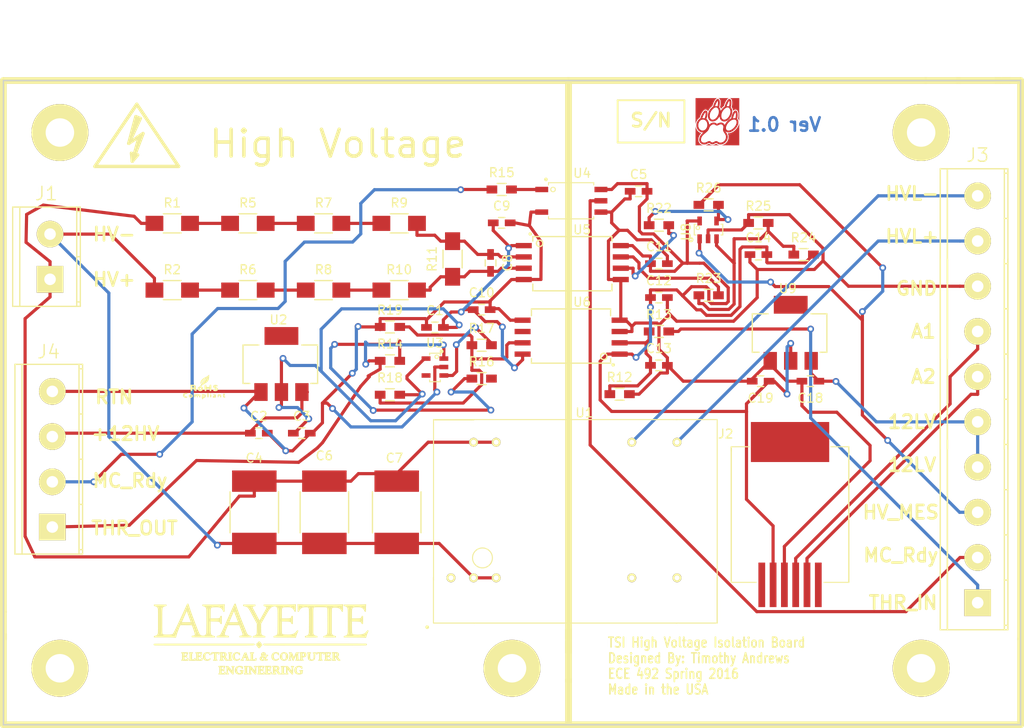
<source format=kicad_pcb>
(kicad_pcb (version 4) (host pcbnew "(2015-08-05 BZR 6055, Git fa29c62)-product")
  (layers (0 F.Cu signal) (31 B.Cu signal) (34 B.Paste user) (35 F.Paste user) (36 B.SilkS user) (37 F.SilkS user) (38 B.Mask user) (39 F.Mask user) (44 Edge.Cuts user))
  (net 0 "")
  (net 1 /+12HV)
  (net 2 /RTN)
  (net 3 /+5HV)
  (net 4 /GND)
  (net 5 "Net-(C8-Pad1)")
  (net 6 "Net-(C8-Pad2)")
  (net 7 /+5LV)
  (net 8 "Net-(C13-Pad1)")
  (net 9 /24MC_RDYLV)
  (net 10 /+12LV)
  (net 11 /A2_LV)
  (net 12 /A1_LV)
  (net 13 /Throttle_IN)
  (net 14 /24MC_RDYHV)
  (net 15 /Throttle_OUT)
  (net 16 /HV+)
  (net 17 /HV-)
  (net 18 "Net-(R1-Pad2)")
  (net 19 "Net-(R2-Pad2)")
  (net 20 "Net-(R17-Pad2)")
  (net 21 "Net-(R5-Pad2)")
  (net 22 "Net-(R6-Pad2)")
  (net 23 "Net-(R7-Pad2)")
  (net 24 "Net-(R10-Pad1)")
  (net 25 /HV_MES)
  (net 26 "Net-(R15-Pad2)")
  (net 27 "Net-(R16-Pad2)")
  (net 28 /HV_LED-)
  (net 29 /HV_LED+)
  (net 30 "Net-(R14-Pad2)")
  (net 31 "Net-(R17-Pad1)")
  (net 32 "Net-(R22-Pad1)")
  (net 33 "Net-(R22-Pad2)")
  (net 34 "Net-(R23-Pad1)")
  (net 35 "Net-(R23-Pad2)")
  (net 36 "Net-(J2-Pad6)")
  (net 37 "Net-(J2-Pad1)")
  (net 38 "Net-(R14-Pad1)")
  (net 39 "Net-(R16-Pad1)")
  (net 40 "Net-(U1-Pad1)")
  (net 41 "Net-(U1-Pad9)")
  (net 42 "Net-(U1-Pad11)")
  (module Mounting_Holes:MountingHole_3.2mm_M3_Pad (layer F.Cu) (at 82.677 110.49)
    (fp_text reference U17)
    (fp_text value place_holder)
    (pad 1 thru_hole circle (at 0 0) (size 6.4 6.4) (drill 3.2) (layers *.Cu *.Mask F.SilkS))
  )
  (module Mounting_Holes:MountingHole_3.2mm_M3_Pad (layer F.Cu) (at 128.651 110.49)
    (fp_text reference U21)
    (fp_text value place_holder)
    (pad ~ thru_hole circle (at 0 0) (size 6.4 6.4) (drill 3.2) (layers *.Cu *.Mask F.SilkS))
  )
  (module Mounting_Holes:MountingHole_3.2mm_M3_Pad (layer F.Cu) (at 128.651 50.292)
    (fp_text reference U16)
    (fp_text value place_holder)
    (pad 1 thru_hole circle (at 0 0) (size 6.4 6.4) (drill 3.2) (layers *.Cu *.Mask F.SilkS))
  )
  (module Capacitors_SMD:C_0603_HandSoldering (layer F.Cu) (at 74.019 72.192)
    (fp_text reference C1 (at 0 -1.9) (layer F.SilkS))
    (fp_text value 0.1u)
    (pad 1 smd rect (at -0.95 0) (size 1.2 0.75) (layers F.Cu F.Paste F.Mask) (net 2 /RTN))
    (pad 2 smd rect (at 0.95 0) (size 1.2 0.75) (layers F.Cu F.Paste F.Mask) (net 3 /+5HV))
  )
  (module Capacitors_SMD:C_0603_HandSoldering (layer F.Cu) (at 54.229 84.074)
    (fp_text reference C2 (at 0 -1.9) (layer F.SilkS))
    (fp_text value 10u)
    (pad 1 smd rect (at -0.95 0) (size 1.2 0.75) (layers F.Cu F.Paste F.Mask) (net 1 /+12HV))
    (pad 2 smd rect (at 0.95 0) (size 1.2 0.75) (layers F.Cu F.Paste F.Mask) (net 2 /RTN))
  )
  (module Capacitors_SMD:C_0603_HandSoldering (layer F.Cu) (at 59.055 84.074)
    (fp_text reference C3 (at 0 -1.9) (layer F.SilkS))
    (fp_text value 22u)
    (pad 1 smd rect (at -0.95 0) (size 1.2 0.75) (layers F.Cu F.Paste F.Mask) (net 3 /+5HV))
    (pad 2 smd rect (at 0.95 0) (size 1.2 0.75) (layers F.Cu F.Paste F.Mask) (net 2 /RTN))
  )
  (module Capacitors_SMD:C_0603_HandSoldering (layer F.Cu) (at 96.901 56.896)
    (fp_text reference C5 (at 0 -1.9) (layer F.SilkS))
    (fp_text value 0.1u)
    (pad 1 smd rect (at -0.95 0) (size 1.2 0.75) (layers F.Cu F.Paste F.Mask) (net 4 /GND))
    (pad 2 smd rect (at 0.95 0) (size 1.2 0.75) (layers F.Cu F.Paste F.Mask) (net 7 /+5LV))
  )
  (module Capacitors_SMD:C_0603_HandSoldering (layer F.Cu) (at 80.269 64.942 270)
    (fp_text reference C8 (at 0 -1.9 270) (layer F.SilkS))
    (fp_text value 330p)
    (pad 1 smd rect (at -0.95 0 270) (size 1.2 0.75) (layers F.Cu F.Paste F.Mask) (net 5 "Net-(C8-Pad1)"))
    (pad 2 smd rect (at 0.95 0 270) (size 1.2 0.75) (layers F.Cu F.Paste F.Mask) (net 6 "Net-(C8-Pad2)"))
  )
  (module Capacitors_SMD:C_0603_HandSoldering (layer F.Cu) (at 81.519 60.442)
    (fp_text reference C9 (at 0 -1.9) (layer F.SilkS))
    (fp_text value 0.1u)
    (pad 1 smd rect (at -0.95 0) (size 1.2 0.75) (layers F.Cu F.Paste F.Mask) (net 3 /+5HV))
    (pad 2 smd rect (at 0.95 0) (size 1.2 0.75) (layers F.Cu F.Paste F.Mask) (net 2 /RTN))
  )
  (module Capacitors_SMD:C_0603_HandSoldering (layer F.Cu) (at 79.269 70.192)
    (fp_text reference C10 (at 0 -1.9) (layer F.SilkS))
    (fp_text value 0.1u)
    (pad 1 smd rect (at -0.95 0) (size 1.2 0.75) (layers F.Cu F.Paste F.Mask) (net 3 /+5HV))
    (pad 2 smd rect (at 0.95 0) (size 1.2 0.75) (layers F.Cu F.Paste F.Mask) (net 2 /RTN))
  )
  (module Capacitors_SMD:C_0603_HandSoldering (layer F.Cu) (at 99.187 65.024)
    (fp_text reference C11 (at 0 -1.9) (layer F.SilkS))
    (fp_text value 0.1u)
    (pad 1 smd rect (at -0.95 0) (size 1.2 0.75) (layers F.Cu F.Paste F.Mask) (net 7 /+5LV))
    (pad 2 smd rect (at 0.95 0) (size 1.2 0.75) (layers F.Cu F.Paste F.Mask) (net 4 /GND))
  )
  (module Capacitors_SMD:C_0603_HandSoldering (layer F.Cu) (at 99.187 68.834)
    (fp_text reference C12 (at 0 -1.9) (layer F.SilkS))
    (fp_text value 0.1u)
    (pad 1 smd rect (at -0.95 0) (size 1.2 0.75) (layers F.Cu F.Paste F.Mask) (net 7 /+5LV))
    (pad 2 smd rect (at 0.95 0) (size 1.2 0.75) (layers F.Cu F.Paste F.Mask) (net 4 /GND))
  )
  (module Capacitors_SMD:C_0603_HandSoldering (layer F.Cu) (at 99.187 76.454)
    (fp_text reference C13 (at 0 -1.9) (layer F.SilkS))
    (fp_text value 0.1u)
    (pad 1 smd rect (at -0.95 0) (size 1.2 0.75) (layers F.Cu F.Paste F.Mask) (net 8 "Net-(C13-Pad1)"))
    (pad 2 smd rect (at 0.95 0) (size 1.2 0.75) (layers F.Cu F.Paste F.Mask) (net 4 /GND))
  )
  (module Capacitors_SMD:C_0603_HandSoldering (layer F.Cu) (at 116.205 78.232 180)
    (fp_text reference C18 (at 0 -1.9 180) (layer F.SilkS))
    (fp_text value 10u)
    (pad 1 smd rect (at -0.95 0 180) (size 1.2 0.75) (layers F.Cu F.Paste F.Mask) (net 10 /+12LV))
    (pad 2 smd rect (at 0.95 0 180) (size 1.2 0.75) (layers F.Cu F.Paste F.Mask) (net 4 /GND))
  )
  (module Capacitors_SMD:C_0603_HandSoldering (layer F.Cu) (at 110.617 78.232 180)
    (fp_text reference C19 (at 0 -1.9 180) (layer F.SilkS))
    (fp_text value 22u)
    (pad 1 smd rect (at -0.95 0 180) (size 1.2 0.75) (layers F.Cu F.Paste F.Mask) (net 7 /+5LV))
    (pad 2 smd rect (at 0.95 0 180) (size 1.2 0.75) (layers F.Cu F.Paste F.Mask) (net 4 /GND))
  )
  (module Resistors_SMD:R_1206_HandSoldering (layer F.Cu) (at 44.5 60.5)
    (fp_text reference R1 (at 0 -2.3) (layer F.SilkS))
    (fp_text value 10k)
    (pad 1 smd rect (at -2 0) (size 2 1.7) (layers F.Cu F.Paste F.Mask) (net 16 /HV+))
    (pad 2 smd rect (at 2 0) (size 2 1.7) (layers F.Cu F.Paste F.Mask) (net 18 "Net-(R1-Pad2)"))
  )
  (module Resistors_SMD:R_1206_HandSoldering (layer F.Cu) (at 44.5 68)
    (fp_text reference R2 (at 0 -2.3) (layer F.SilkS))
    (fp_text value 10k)
    (pad 1 smd rect (at -2 0) (size 2 1.7) (layers F.Cu F.Paste F.Mask) (net 17 /HV-))
    (pad 2 smd rect (at 2 0) (size 2 1.7) (layers F.Cu F.Paste F.Mask) (net 19 "Net-(R2-Pad2)"))
  )
  (module Resistors_SMD:R_1206_HandSoldering (layer F.Cu) (at 53 60.5)
    (fp_text reference R5 (at 0 -2.3) (layer F.SilkS))
    (fp_text value 10k)
    (pad 1 smd rect (at -2 0) (size 2 1.7) (layers F.Cu F.Paste F.Mask) (net 18 "Net-(R1-Pad2)"))
    (pad 2 smd rect (at 2 0) (size 2 1.7) (layers F.Cu F.Paste F.Mask) (net 21 "Net-(R5-Pad2)"))
  )
  (module Resistors_SMD:R_1206_HandSoldering (layer F.Cu) (at 53 68)
    (fp_text reference R6 (at 0 -2.3) (layer F.SilkS))
    (fp_text value 10k)
    (pad 1 smd rect (at -2 0) (size 2 1.7) (layers F.Cu F.Paste F.Mask) (net 19 "Net-(R2-Pad2)"))
    (pad 2 smd rect (at 2 0) (size 2 1.7) (layers F.Cu F.Paste F.Mask) (net 22 "Net-(R6-Pad2)"))
  )
  (module Resistors_SMD:R_1206_HandSoldering (layer F.Cu) (at 61.5 60.5)
    (fp_text reference R7 (at 0 -2.3) (layer F.SilkS))
    (fp_text value 10k)
    (pad 1 smd rect (at -2 0) (size 2 1.7) (layers F.Cu F.Paste F.Mask) (net 21 "Net-(R5-Pad2)"))
    (pad 2 smd rect (at 2 0) (size 2 1.7) (layers F.Cu F.Paste F.Mask) (net 23 "Net-(R7-Pad2)"))
  )
  (module Resistors_SMD:R_1206_HandSoldering (layer F.Cu) (at 61.5 68)
    (fp_text reference R8 (at 0 -2.3) (layer F.SilkS))
    (fp_text value 10k)
    (pad 1 smd rect (at -2 0) (size 2 1.7) (layers F.Cu F.Paste F.Mask) (net 22 "Net-(R6-Pad2)"))
    (pad 2 smd rect (at 2 0) (size 2 1.7) (layers F.Cu F.Paste F.Mask) (net 24 "Net-(R10-Pad1)"))
  )
  (module Resistors_SMD:R_1206_HandSoldering (layer F.Cu) (at 70 60.5)
    (fp_text reference R9 (at 0 -2.3) (layer F.SilkS))
    (fp_text value 10k)
    (pad 1 smd rect (at -2 0) (size 2 1.7) (layers F.Cu F.Paste F.Mask) (net 23 "Net-(R7-Pad2)"))
    (pad 2 smd rect (at 2 0) (size 2 1.7) (layers F.Cu F.Paste F.Mask) (net 5 "Net-(C8-Pad1)"))
  )
  (module Resistors_SMD:R_1206_HandSoldering (layer F.Cu) (at 70 68)
    (fp_text reference R10 (at 0 -2.3) (layer F.SilkS))
    (fp_text value 10k)
    (pad 1 smd rect (at -2 0) (size 2 1.7) (layers F.Cu F.Paste F.Mask) (net 24 "Net-(R10-Pad1)"))
    (pad 2 smd rect (at 2 0) (size 2 1.7) (layers F.Cu F.Paste F.Mask) (net 6 "Net-(C8-Pad2)"))
  )
  (module Resistors_SMD:R_1206_HandSoldering (layer F.Cu) (at 76 64.5 90)
    (fp_text reference R11 (at 0 -2.3 90) (layer F.SilkS))
    (fp_text value 120)
    (pad 1 smd rect (at -2 0 90) (size 2 1.7) (layers F.Cu F.Paste F.Mask) (net 6 "Net-(C8-Pad2)"))
    (pad 2 smd rect (at 2 0 90) (size 2 1.7) (layers F.Cu F.Paste F.Mask) (net 5 "Net-(C8-Pad1)"))
  )
  (module Resistors_SMD:R_0603_HandSoldering (layer F.Cu) (at 94.769 79.692)
    (fp_text reference R12 (at 0 -1.9) (layer F.SilkS))
    (fp_text value 2k)
    (pad 1 smd rect (at -1.1 0) (size 1.2 0.9) (layers F.Cu F.Paste F.Mask) (net 8 "Net-(C13-Pad1)"))
    (pad 2 smd rect (at 1.1 0) (size 1.2 0.9) (layers F.Cu F.Paste F.Mask) (net 4 /GND))
  )
  (module Resistors_SMD:R_0603_HandSoldering (layer F.Cu) (at 99.187 72.644)
    (fp_text reference R13 (at 0 -1.9) (layer F.SilkS))
    (fp_text value 3k)
    (pad 1 smd rect (at -1.1 0) (size 1.2 0.9) (layers F.Cu F.Paste F.Mask) (net 8 "Net-(C13-Pad1)"))
    (pad 2 smd rect (at 1.1 0) (size 1.2 0.9) (layers F.Cu F.Paste F.Mask) (net 13 /Throttle_IN))
  )
  (module Resistors_SMD:R_0603_HandSoldering (layer F.Cu) (at 81.519 56.692)
    (fp_text reference R15 (at 0 -1.9) (layer F.SilkS))
    (fp_text value 20k)
    (pad 1 smd rect (at -1.1 0) (size 1.2 0.9) (layers F.Cu F.Paste F.Mask) (net 14 /24MC_RDYHV))
    (pad 2 smd rect (at 1.1 0) (size 1.2 0.9) (layers F.Cu F.Paste F.Mask) (net 26 "Net-(R15-Pad2)"))
  )
  (module Resistors_SMD:R_0603_HandSoldering (layer F.Cu) (at 79.269 77.942)
    (fp_text reference R16 (at 0 -1.9) (layer F.SilkS))
    (fp_text value 1k)
    (pad 1 smd rect (at -1.1 0) (size 1.2 0.9) (layers F.Cu F.Paste F.Mask) (net 30 "Net-(R14-Pad2)"))
    (pad 2 smd rect (at 1.1 0) (size 1.2 0.9) (layers F.Cu F.Paste F.Mask) (net 27 "Net-(R16-Pad2)"))
  )
  (module custom:SOT-223_cus (layer F.Cu) (at 56.769 73.152)
    (fp_text reference U2 (at -0.33528 -1.81648) (layer F.SilkS))
    (fp_text value AZ1117CH-5.0TRG1)
    (pad 1 smd rect (at -2.3 6.3) (size 1.5 2) (layers F.Cu F.Paste F.Mask) (net 2 /RTN))
    (pad 3 smd rect (at 2.3 6.3) (size 1.5 2) (layers F.Cu F.Paste F.Mask) (net 1 /+12HV))
    (pad 4 smd rect (at 0 0) (size 3.8 2) (layers F.Cu F.Paste F.Mask))
    (pad 2 smd rect (at 0 6.3) (size 1.5 2) (layers F.Cu F.Paste F.Mask) (net 3 /+5HV))
  )
  (module custom:amc1100_SOIC (layer F.Cu) (at 84 63)
    (fp_text reference U5 (at 6.551 -1.786) (layer F.SilkS))
    (fp_text value AMC1100DWVR)
    (pad 8 smd rect (at 10.9 0) (size 1.8 0.6) (layers F.Cu F.Paste F.Mask) (net 7 /+5LV))
    (pad 7 smd rect (at 10.9 1.27) (size 1.8 0.6) (layers F.Cu F.Paste F.Mask) (net 35 "Net-(R23-Pad2)"))
    (pad 6 smd rect (at 10.9 2.54) (size 1.8 0.6) (layers F.Cu F.Paste F.Mask) (net 33 "Net-(R22-Pad2)"))
    (pad 5 smd rect (at 10.9 3.81) (size 1.8 0.6) (layers F.Cu F.Paste F.Mask) (net 4 /GND))
    (pad 4 smd rect (at 0 3.81) (size 1.8 0.6) (layers F.Cu F.Paste F.Mask) (net 2 /RTN))
    (pad 3 smd rect (at 0 2.54) (size 1.8 0.6) (layers F.Cu F.Paste F.Mask) (net 6 "Net-(C8-Pad2)"))
    (pad 2 smd rect (at 0 1.27) (size 1.8 0.6) (layers F.Cu F.Paste F.Mask) (net 5 "Net-(C8-Pad1)"))
    (pad 1 smd rect (at 0 0) (size 1.8 0.6) (layers F.Cu F.Paste F.Mask) (net 3 /+5HV))
  )
  (module custom:amc1100_SOIC (layer F.Cu) (at 94.769 75.192 180)
    (fp_text reference U6 (at 4.218 5.85 180) (layer F.SilkS))
    (fp_text value ACPL-C870)
    (pad 8 smd rect (at 10.9 0 180) (size 1.8 0.6) (layers F.Cu F.Paste F.Mask) (net 3 /+5HV))
    (pad 7 smd rect (at 10.9 1.27 180) (size 1.8 0.6) (layers F.Cu F.Paste F.Mask) (net 31 "Net-(R17-Pad1)"))
    (pad 6 smd rect (at 10.9 2.54 180) (size 1.8 0.6) (layers F.Cu F.Paste F.Mask) (net 39 "Net-(R16-Pad1)"))
    (pad 5 smd rect (at 10.9 3.81 180) (size 1.8 0.6) (layers F.Cu F.Paste F.Mask) (net 2 /RTN))
    (pad 4 smd rect (at 0 3.81 180) (size 1.8 0.6) (layers F.Cu F.Paste F.Mask) (net 4 /GND))
    (pad 3 smd rect (at 0 2.54 180) (size 1.8 0.6) (layers F.Cu F.Paste F.Mask) (net 4 /GND))
    (pad 2 smd rect (at 0 1.27 180) (size 1.8 0.6) (layers F.Cu F.Paste F.Mask) (net 8 "Net-(C13-Pad1)"))
    (pad 1 smd rect (at 0 0 180) (size 1.8 0.6) (layers F.Cu F.Paste F.Mask) (net 7 /+5LV))
  )
  (module custom:lafLogo (layer F.Cu) (at 105.759 49.072)
    (fp_text reference U11 hide)
    (fp_text value place_holder hide)
    (fp_poly (pts (xy 2.45618 -2.64922) (xy 2.45364 -1.34366) (xy 2.45364 -1.1684) (xy 2.45364 -1.00838) (xy 2.45364 -0.8636) (xy 2.45364 -0.7366) (xy 2.45364 -0.61976) (xy 2.45364 -0.51816) (xy 2.45364 -0.42926) (xy 2.45364 -0.35306) (xy 2.4511 -0.28702) (xy 2.4511 -0.23114) (xy 2.4511 -0.18542) (xy 2.4511 -0.14986) (xy 2.44856 -0.12192) (xy 2.44856 -0.10414) (xy 2.44602 -0.09144) (xy 2.44602 -0.08382) (xy 2.44348 -0.08382) (xy 2.44348 -0.0889) (xy 2.44348 -0.0889) (xy 2.4257 -0.14986) (xy 2.40284 -0.21082) (xy 2.37744 -0.26416) (xy 2.35204 -0.30734) (xy 2.3368 -0.32512) (xy 2.32918 -0.33528) (xy 2.32664 -0.34544) (xy 2.32664 -0.35814) (xy 2.32918 -0.381) (xy 2.3368 -0.41402) (xy 2.35458 -0.5207) (xy 2.36728 -0.62992) (xy 2.36982 -0.74422) (xy 2.36728 -0.85598) (xy 2.35712 -0.96266) (xy 2.3368 -1.05664) (xy 2.3368 -1.06172) (xy 2.30886 -1.14808) (xy 2.27076 -1.2192) (xy 2.22504 -1.27762) (xy 2.1717 -1.3208) (xy 2.14376 -1.33604) (xy 2.11582 -1.34874) (xy 2.08788 -1.35636) (xy 2.0574 -1.3589) (xy 2.02438 -1.3589) (xy 1.98628 -1.3589) (xy 1.9558 -1.35636) (xy 1.93294 -1.34874) (xy 1.90246 -1.33604) (xy 1.89484 -1.33096) (xy 1.83642 -1.29286) (xy 1.80086 -1.25984) (xy 1.76276 -1.21666) (xy 1.7526 -1.28016) (xy 1.7272 -1.39192) (xy 1.6891 -1.50114) (xy 1.6383 -1.59766) (xy 1.63576 -1.60528) (xy 1.6002 -1.65862) (xy 1.61798 -1.71704) (xy 1.63322 -1.778) (xy 1.64592 -1.83134) (xy 1.65354 -1.88468) (xy 1.65862 -1.93802) (xy 1.66116 -1.99898) (xy 1.6637 -2.0701) (xy 1.6637 -2.10058) (xy 1.66116 -2.19964) (xy 1.65608 -2.28346) (xy 1.64846 -2.35458) (xy 1.63322 -2.41554) (xy 1.61544 -2.46634) (xy 1.59004 -2.50952) (xy 1.5621 -2.54762) (xy 1.53924 -2.56794) (xy 1.50114 -2.60096) (xy 1.46304 -2.62128) (xy 1.4224 -2.63398) (xy 1.3716 -2.6416) (xy 1.3335 -2.6416) (xy 1.28016 -2.63906) (xy 1.2319 -2.6289) (xy 1.18872 -2.61112) (xy 1.15062 -2.58064) (xy 1.10998 -2.54) (xy 1.0668 -2.48666) (xy 1.04902 -2.4638) (xy 0.9652 -2.33426) (xy 0.89154 -2.1971) (xy 0.82804 -2.05994) (xy 0.77978 -1.92024) (xy 0.762 -1.86436) (xy 0.75184 -1.82626) (xy 0.74422 -1.79578) (xy 0.7366 -1.77292) (xy 0.73406 -1.7653) (xy 0.67818 -1.72212) (xy 0.61468 -1.66878) (xy 0.55118 -1.61036) (xy 0.49022 -1.54686) (xy 0.45212 -1.50368) (xy 0.40894 -1.45288) (xy 0.37592 -1.524) (xy 0.35814 -1.55956) (xy 0.34036 -1.59258) (xy 0.32512 -1.61798) (xy 0.32004 -1.6256) (xy 0.29972 -1.65354) (xy 0.3175 -1.72974) (xy 0.34036 -1.82626) (xy 0.3556 -1.9304) (xy 0.36322 -2.03708) (xy 0.36322 -2.14122) (xy 0.35814 -2.24282) (xy 0.34798 -2.3368) (xy 0.3302 -2.41808) (xy 0.32512 -2.43332) (xy 0.29718 -2.49682) (xy 0.26162 -2.55016) (xy 0.22098 -2.58572) (xy 0.18034 -2.61366) (xy 0.1397 -2.6289) (xy 0.09652 -2.63906) (xy 0.04318 -2.6416) (xy 0.03048 -2.6416) (xy -0.02032 -2.63906) (xy -0.0635 -2.63144) (xy -0.10414 -2.61366) (xy -0.14224 -2.58826) (xy -0.18034 -2.5527) (xy -0.22098 -2.50698) (xy -0.26416 -2.44602) (xy -0.28956 -2.41046) (xy -0.3556 -2.30378) (xy -0.41402 -2.18948) (xy -0.46736 -2.07264) (xy -0.51054 -1.95834) (xy -0.54356 -1.84912) (xy -0.5461 -1.83642) (xy -0.56134 -1.77038) (xy -0.61722 -1.7272) (xy -0.70612 -1.65608) (xy -0.78994 -1.56972) (xy -0.87122 -1.4732) (xy -0.94488 -1.3716) (xy -1.00838 -1.26746) (xy -1.016 -1.24968) (xy -1.05664 -1.17348) (xy -1.07188 -1.20142) (xy -1.1049 -1.25222) (xy -1.15316 -1.2954) (xy -1.20904 -1.33096) (xy -1.27 -1.35382) (xy -1.30556 -1.36144) (xy -1.36144 -1.36144) (xy -1.41478 -1.35128) (xy -1.46304 -1.33096) (xy -1.51384 -1.30048) (xy -1.56464 -1.25476) (xy -1.61798 -1.1938) (xy -1.6764 -1.12014) (xy -1.70942 -1.07188) (xy -1.79324 -0.9398) (xy -1.86436 -0.80518) (xy -1.92024 -0.67056) (xy -1.96088 -0.5461) (xy -1.99136 -0.4445) (xy -2.03454 -0.4191) (xy -2.06502 -0.39878) (xy -2.10058 -0.3683) (xy -2.14122 -0.3302) (xy -2.18186 -0.28956) (xy -2.2225 -0.24892) (xy -2.25552 -0.20828) (xy -2.27838 -0.18034) (xy -2.34188 -0.06858) (xy -2.39268 0.05334) (xy -2.43078 0.1778) (xy -2.43332 0.19558) (xy -2.44094 0.24384) (xy -2.44602 0.3048) (xy -2.44856 0.37084) (xy -2.44602 0.44196) (xy -2.44348 0.508) (xy -2.4384 0.56896) (xy -2.43078 0.61976) (xy -2.43078 0.62738) (xy -2.39776 0.74422) (xy -2.3495 0.85344) (xy -2.29108 0.95504) (xy -2.2225 1.04648) (xy -2.14122 1.12522) (xy -2.06248 1.18364) (xy -2.01676 1.21158) (xy -1.96088 1.23952) (xy -1.905 1.26238) (xy -1.8542 1.28016) (xy -1.84404 1.2827) (xy -1.82118 1.28778) (xy -1.86944 1.3462) (xy -1.94564 1.44018) (xy -2.00914 1.5367) (xy -2.05994 1.63576) (xy -2.10058 1.7399) (xy -2.12344 1.81864) (xy -2.13614 1.88976) (xy -2.14376 1.9685) (xy -2.1463 2.04724) (xy -2.14122 2.12344) (xy -2.12852 2.18948) (xy -2.12598 2.19456) (xy -2.09296 2.29108) (xy -2.0447 2.37744) (xy -1.98374 2.45618) (xy -1.91262 2.52222) (xy -1.83134 2.57556) (xy -1.7399 2.6162) (xy -1.69418 2.63144) (xy -1.65862 2.6416) (xy -1.63068 2.64922) (xy -1.61036 2.65176) (xy -1.6129 2.6543) (xy -1.63322 2.6543) (xy -1.66624 2.6543) (xy -1.71196 2.6543) (xy -1.76784 2.65684) (xy -1.83388 2.65684) (xy -1.91008 2.65684) (xy -1.99136 2.65684) (xy -2.02184 2.65684) (xy -2.45618 2.65938) (xy -2.45618 0.00508) (xy -2.45618 -2.64922) (xy 0 -2.64922) (xy 2.45618 -2.64922) (xy 2.45618 -2.64922)) (layer F.Cu) (width 0.00254))
    (fp_poly (pts (xy 0.19812 2.64922) (xy 0.19558 2.65176) (xy 0.18542 2.65176) (xy 0.17018 2.6543) (xy 0.14478 2.6543) (xy 0.11176 2.6543) (xy 0.06858 2.65684) (xy 0.01524 2.65684) (xy -0.0508 2.65684) (xy -0.12954 2.65684) (xy -0.22352 2.65684) (xy -0.32766 2.65684) (xy -0.44958 2.65684) (xy -0.5715 2.65684) (xy -0.70866 2.65684) (xy -0.82804 2.65684) (xy -0.93472 2.65684) (xy -1.02616 2.65684) (xy -1.10236 2.65684) (xy -1.1684 2.65684) (xy -1.2192 2.6543) (xy -1.26238 2.6543) (xy -1.29286 2.6543) (xy -1.31572 2.65176) (xy -1.33096 2.65176) (xy -1.33858 2.64922) (xy -1.33858 2.64922) (xy -1.33096 2.64668) (xy -1.32842 2.64668) (xy -1.27762 2.63398) (xy -1.22682 2.61874) (xy -1.17094 2.59842) (xy -1.10998 2.57048) (xy -1.04902 2.54254) (xy -0.93218 2.48666) (xy -0.89154 2.52222) (xy -0.8255 2.57048) (xy -0.7493 2.6035) (xy -0.66294 2.62636) (xy -0.56896 2.63398) (xy -0.56642 2.63398) (xy -0.4826 2.6289) (xy -0.40132 2.61112) (xy -0.32258 2.58318) (xy -0.23876 2.54) (xy -0.19812 2.5146) (xy -0.14478 2.47904) (xy -0.09906 2.5146) (xy -0.00508 2.57556) (xy 0.09398 2.61874) (xy 0.18542 2.64668) (xy 0.19304 2.64668) (xy 0.19812 2.64922) (xy 0.19812 2.64922)) (layer F.Cu) (width 0.00254))
    (fp_poly (pts (xy 2.45618 2.65938) (xy 1.45288 2.65684) (xy 1.45288 1.40462) (xy 1.45034 1.39954) (xy 1.44272 1.39954) (xy 1.43002 1.40716) (xy 1.42748 1.43002) (xy 1.42748 1.43256) (xy 1.42748 1.45288) (xy 1.43256 1.45796) (xy 1.43764 1.44526) (xy 1.4478 1.42494) (xy 1.45288 1.40462) (xy 1.45288 2.65684) (xy 1.45034 2.65684) (xy 1.41986 2.65684) (xy 1.41986 1.42494) (xy 1.41224 1.42748) (xy 1.4097 1.43002) (xy 1.39954 1.4351) (xy 1.397 1.42748) (xy 1.397 1.41986) (xy 1.39192 1.40208) (xy 1.38176 1.397) (xy 1.3716 1.40716) (xy 1.36906 1.41732) (xy 1.36144 1.44018) (xy 1.3589 1.45034) (xy 1.3589 1.40208) (xy 1.35382 1.39954) (xy 1.33604 1.397) (xy 1.3335 1.397) (xy 1.31318 1.39954) (xy 1.3081 1.40208) (xy 1.31064 1.40462) (xy 1.31826 1.41478) (xy 1.31318 1.43256) (xy 1.31318 1.4351) (xy 1.30556 1.45288) (xy 1.30556 1.46304) (xy 1.3081 1.46304) (xy 1.31572 1.45542) (xy 1.32334 1.44018) (xy 1.32842 1.42748) (xy 1.32842 1.42494) (xy 1.33604 1.41224) (xy 1.34874 1.40462) (xy 1.3589 1.40208) (xy 1.3589 1.45034) (xy 1.35636 1.46304) (xy 1.3589 1.46304) (xy 1.36906 1.45288) (xy 1.37414 1.44272) (xy 1.38684 1.41732) (xy 1.38938 1.44272) (xy 1.39192 1.4605) (xy 1.397 1.46304) (xy 1.4097 1.45034) (xy 1.41986 1.4351) (xy 1.41986 1.42494) (xy 1.41986 2.65684) (xy 1.29794 2.65684) (xy 1.16078 2.65684) (xy 1.03886 2.65684) (xy 0.92964 2.65684) (xy 0.8382 2.65684) (xy 0.75692 2.65684) (xy 0.68834 2.65684) (xy 0.63246 2.6543) (xy 0.58674 2.6543) (xy 0.55118 2.6543) (xy 0.52578 2.65176) (xy 0.50546 2.65176) (xy 0.4953 2.64922) (xy 0.49276 2.64922) (xy 0.4953 2.64668) (xy 0.50038 2.64668) (xy 0.61722 2.61366) (xy 0.72898 2.56794) (xy 0.83312 2.50698) (xy 0.93218 2.43078) (xy 1.0033 2.3622) (xy 1.07696 2.27584) (xy 1.13792 2.18186) (xy 1.18618 2.08026) (xy 1.22682 1.9685) (xy 1.23444 1.94056) (xy 1.24206 1.905) (xy 1.24968 1.87706) (xy 1.25222 1.84658) (xy 1.25476 1.81102) (xy 1.2573 1.7653) (xy 1.2573 1.71958) (xy 1.25476 1.64338) (xy 1.25222 1.57734) (xy 1.24206 1.52146) (xy 1.22682 1.46812) (xy 1.2065 1.41224) (xy 1.18872 1.37414) (xy 1.17602 1.34366) (xy 1.16586 1.3208) (xy 1.16078 1.3081) (xy 1.16078 1.3081) (xy 1.1684 1.30556) (xy 1.18872 1.30556) (xy 1.2192 1.30302) (xy 1.2319 1.30302) (xy 1.34112 1.2954) (xy 1.45542 1.27254) (xy 1.56972 1.23444) (xy 1.68402 1.18364) (xy 1.79832 1.1176) (xy 1.84658 1.08458) (xy 1.89484 1.04902) (xy 1.95072 1.00076) (xy 2.00914 0.94488) (xy 2.06756 0.88646) (xy 2.1209 0.82804) (xy 2.16916 0.77216) (xy 2.2098 0.7239) (xy 2.21234 0.71882) (xy 2.29362 0.59436) (xy 2.35712 0.46736) (xy 2.40792 0.34036) (xy 2.4384 0.2286) (xy 2.45364 0.14732) (xy 2.45364 1.40462) (xy 2.45618 2.65938) (xy 2.45618 2.65938)) (layer F.Cu) (width 0.00254))
    (fp_poly (pts (xy 2.35712 0.07112) (xy 2.35204 0.12954) (xy 2.34696 0.18034) (xy 2.34188 0.20828) (xy 2.33426 0.24384) (xy 2.32156 0.28702) (xy 2.30632 0.33274) (xy 2.30378 0.3429) (xy 2.25298 0.45974) (xy 2.18694 0.57658) (xy 2.1463 0.63754) (xy 2.1463 0.0635) (xy 2.1463 0.01524) (xy 2.14376 -0.01778) (xy 2.14122 -0.04318) (xy 2.13614 -0.0635) (xy 2.13106 -0.08382) (xy 2.12598 -0.0889) (xy 2.09296 -0.14478) (xy 2.07264 -0.1651) (xy 2.07264 -0.7747) (xy 2.0701 -0.79756) (xy 2.06756 -0.84074) (xy 2.05994 -0.88646) (xy 2.05232 -0.93218) (xy 2.0447 -0.97282) (xy 2.03708 -1.00838) (xy 2.02946 -1.03378) (xy 2.02438 -1.04394) (xy 2.01676 -1.0414) (xy 2.00406 -1.02616) (xy 1.98374 -0.99822) (xy 1.96342 -0.96266) (xy 1.93802 -0.91948) (xy 1.91262 -0.87122) (xy 1.88976 -0.82042) (xy 1.86436 -0.76962) (xy 1.84404 -0.71882) (xy 1.82626 -0.6731) (xy 1.82626 -0.67056) (xy 1.80594 -0.60706) (xy 1.78816 -0.53848) (xy 1.77038 -0.45974) (xy 1.75768 -0.3937) (xy 1.7526 -0.36576) (xy 1.79832 -0.37846) (xy 1.82626 -0.38354) (xy 1.86436 -0.38608) (xy 1.90754 -0.38862) (xy 1.9304 -0.38862) (xy 2.02184 -0.38862) (xy 2.03962 -0.4699) (xy 2.05994 -0.57658) (xy 2.0701 -0.67818) (xy 2.07264 -0.7747) (xy 2.07264 -0.1651) (xy 2.04724 -0.18796) (xy 2.01168 -0.21082) (xy 1.96596 -0.22606) (xy 1.90754 -0.23622) (xy 1.84658 -0.23622) (xy 1.78054 -0.23114) (xy 1.7399 -0.22098) (xy 1.6383 -0.18542) (xy 1.53924 -0.13716) (xy 1.44526 -0.07366) (xy 1.35128 -0.00254) (xy 1.26746 0.08128) (xy 1.18872 0.17018) (xy 1.1176 0.26416) (xy 1.05918 0.36322) (xy 1.01346 0.46482) (xy 0.98044 0.56642) (xy 0.9652 0.64516) (xy 0.96266 0.72136) (xy 0.97028 0.79248) (xy 0.99314 0.85598) (xy 1.02616 0.90932) (xy 1.0668 0.94996) (xy 1.12014 0.98044) (xy 1.13284 0.98552) (xy 1.17856 0.99568) (xy 1.23444 0.99822) (xy 1.2954 0.99568) (xy 1.35382 0.98806) (xy 1.37922 0.98298) (xy 1.48082 0.94742) (xy 1.57988 0.89662) (xy 1.6764 0.83312) (xy 1.77038 0.75692) (xy 1.85674 0.6731) (xy 1.93802 0.57912) (xy 2.0066 0.48006) (xy 2.06756 0.37592) (xy 2.11328 0.26924) (xy 2.11836 0.254) (xy 2.13106 0.21844) (xy 2.13868 0.1905) (xy 2.14376 0.16256) (xy 2.1463 0.13208) (xy 2.1463 0.09144) (xy 2.1463 0.0635) (xy 2.1463 0.63754) (xy 2.11074 0.69088) (xy 2.02184 0.79756) (xy 1.92278 0.89408) (xy 1.8161 0.98298) (xy 1.70688 1.05918) (xy 1.61798 1.10744) (xy 1.55956 1.13538) (xy 1.49352 1.15824) (xy 1.4224 1.1811) (xy 1.3589 1.19634) (xy 1.31826 1.20142) (xy 1.22428 1.2065) (xy 1.13538 1.19634) (xy 1.0541 1.17348) (xy 0.98044 1.13792) (xy 0.91694 1.08966) (xy 0.89916 1.07442) (xy 0.89154 1.06934) (xy 0.889 1.06934) (xy 0.89408 1.0795) (xy 0.90678 1.09982) (xy 0.92456 1.12776) (xy 0.94996 1.16332) (xy 0.96774 1.19126) (xy 1.02362 1.27508) (xy 1.0668 1.34874) (xy 1.09982 1.41478) (xy 1.12522 1.48082) (xy 1.14554 1.54432) (xy 1.15824 1.61036) (xy 1.16078 1.6383) (xy 1.16586 1.73736) (xy 1.15316 1.8415) (xy 1.1303 1.94564) (xy 1.0922 2.04978) (xy 1.04394 2.1463) (xy 0.98298 2.2352) (xy 0.97536 2.24536) (xy 0.95758 2.26568) (xy 0.95758 1.71704) (xy 0.95504 1.66116) (xy 0.94996 1.6129) (xy 0.93726 1.56464) (xy 0.92202 1.51638) (xy 0.89662 1.46558) (xy 0.8636 1.40716) (xy 0.82296 1.34112) (xy 0.78994 1.29032) (xy 0.74168 1.22174) (xy 0.70612 1.16078) (xy 0.67818 1.10744) (xy 0.65786 1.05918) (xy 0.64262 1.01346) (xy 0.64008 0.99568) (xy 0.63246 0.94742) (xy 0.62738 0.9017) (xy 0.62992 0.85598) (xy 0.635 0.8001) (xy 0.6477 0.73406) (xy 0.6477 0.72644) (xy 0.6604 0.6604) (xy 0.66548 0.60452) (xy 0.66548 0.55626) (xy 0.65532 0.51562) (xy 0.64262 0.47244) (xy 0.635 0.45974) (xy 0.59944 0.40132) (xy 0.55118 0.35306) (xy 0.4953 0.32004) (xy 0.4318 0.30226) (xy 0.36322 0.29972) (xy 0.3175 0.3048) (xy 0.28702 0.31242) (xy 0.24638 0.32766) (xy 0.19558 0.34798) (xy 0.14224 0.37338) (xy 0.07366 0.40386) (xy 0.01778 0.42672) (xy -0.03302 0.43688) (xy -0.0762 0.43942) (xy -0.11684 0.4318) (xy -0.15748 0.41656) (xy -0.19812 0.38862) (xy -0.20574 0.38608) (xy -0.254 0.35052) (xy -0.29464 0.32766) (xy -0.33274 0.31242) (xy -0.3683 0.3048) (xy -0.40894 0.30226) (xy -0.42672 0.30226) (xy -0.4699 0.30226) (xy -0.50292 0.30734) (xy -0.5334 0.31496) (xy -0.55626 0.32258) (xy -0.635 0.36068) (xy -0.70358 0.4064) (xy -0.762 0.45974) (xy -0.81788 0.5207) (xy -0.8636 0.59182) (xy -0.89916 0.67056) (xy -0.91948 0.7239) (xy -0.94234 0.78994) (xy -0.96774 0.84836) (xy -0.99568 0.90424) (xy -1.0287 0.95758) (xy -1.0668 1.01092) (xy -1.11252 1.06426) (xy -1.14046 1.08966) (xy -1.14046 0.3556) (xy -1.14046 0.3048) (xy -1.143 0.2667) (xy -1.14554 0.23368) (xy -1.15062 0.20574) (xy -1.15824 0.1778) (xy -1.16332 0.15748) (xy -1.19126 0.0762) (xy -1.22428 0.01016) (xy -1.26746 -0.0508) (xy -1.31318 -0.1016) (xy -1.33096 -0.11684) (xy -1.33096 -0.94488) (xy -1.33096 -0.98298) (xy -1.33096 -1.01092) (xy -1.3335 -1.02108) (xy -1.33858 -1.0541) (xy -1.3716 -1.016) (xy -1.40716 -0.97536) (xy -1.44272 -0.92202) (xy -1.48336 -0.86106) (xy -1.52146 -0.8001) (xy -1.55702 -0.7366) (xy -1.58242 -0.68326) (xy -1.6002 -0.6477) (xy -1.61798 -0.60706) (xy -1.63576 -0.5588) (xy -1.65354 -0.51308) (xy -1.66878 -0.4699) (xy -1.68148 -0.4318) (xy -1.69164 -0.40386) (xy -1.69418 -0.39116) (xy -1.68656 -0.38862) (xy -1.6637 -0.38862) (xy -1.63322 -0.38608) (xy -1.60782 -0.38862) (xy -1.5494 -0.38862) (xy -1.50622 -0.38354) (xy -1.48082 -0.37846) (xy -1.44272 -0.3683) (xy -1.43002 -0.39878) (xy -1.41986 -0.4191) (xy -1.40716 -0.45212) (xy -1.39446 -0.48768) (xy -1.39446 -0.4953) (xy -1.3716 -0.56388) (xy -1.35382 -0.62992) (xy -1.34366 -0.69596) (xy -1.33604 -0.76962) (xy -1.33096 -0.84836) (xy -1.33096 -0.89662) (xy -1.33096 -0.94488) (xy -1.33096 -0.11684) (xy -1.37414 -0.15748) (xy -1.43764 -0.19812) (xy -1.50622 -0.22352) (xy -1.57988 -0.23622) (xy -1.6256 -0.23622) (xy -1.71196 -0.2286) (xy -1.79324 -0.20574) (xy -1.8669 -0.1651) (xy -1.93548 -0.11176) (xy -1.99898 -0.04318) (xy -2.05232 0.0381) (xy -2.08026 0.0889) (xy -2.10566 0.14732) (xy -2.12344 0.19812) (xy -2.13614 0.24892) (xy -2.14376 0.30226) (xy -2.1463 0.36576) (xy -2.1463 0.4064) (xy -2.1463 0.45974) (xy -2.14376 0.50038) (xy -2.14122 0.5334) (xy -2.13614 0.56388) (xy -2.12852 0.59436) (xy -2.12598 0.5969) (xy -2.09296 0.69088) (xy -2.04724 0.7747) (xy -1.99136 0.84582) (xy -1.92786 0.90678) (xy -1.85674 0.9525) (xy -1.79578 0.98044) (xy -1.7399 0.99314) (xy -1.6764 0.99822) (xy -1.61036 0.99568) (xy -1.55448 0.98806) (xy -1.5494 0.98552) (xy -1.46558 0.9525) (xy -1.38684 0.90424) (xy -1.31826 0.84074) (xy -1.25984 0.76708) (xy -1.20904 0.68072) (xy -1.17094 0.58674) (xy -1.15824 0.5461) (xy -1.15062 0.51308) (xy -1.14554 0.48006) (xy -1.143 0.4445) (xy -1.14046 0.39624) (xy -1.14046 0.3556) (xy -1.14046 1.08966) (xy -1.1684 1.12014) (xy -1.23444 1.1811) (xy -1.31064 1.24968) (xy -1.36652 1.2954) (xy -1.45034 1.36652) (xy -1.51892 1.42748) (xy -1.57988 1.48336) (xy -1.62814 1.53416) (xy -1.67132 1.57988) (xy -1.70434 1.6256) (xy -1.73482 1.67132) (xy -1.76276 1.71958) (xy -1.76784 1.73228) (xy -1.80086 1.80086) (xy -1.82118 1.86182) (xy -1.83388 1.92278) (xy -1.8415 1.98628) (xy -1.8415 2.0193) (xy -1.8415 2.06248) (xy -1.83896 2.09296) (xy -1.83642 2.11582) (xy -1.8288 2.13614) (xy -1.81864 2.16154) (xy -1.8161 2.16916) (xy -1.79832 2.20218) (xy -1.778 2.23266) (xy -1.76276 2.25298) (xy -1.73482 2.27838) (xy -1.69672 2.30378) (xy -1.65354 2.32664) (xy -1.6129 2.34188) (xy -1.60274 2.34442) (xy -1.56718 2.3495) (xy -1.52146 2.35204) (xy -1.46812 2.35204) (xy -1.41732 2.3495) (xy -1.3716 2.34442) (xy -1.35382 2.34188) (xy -1.32842 2.33172) (xy -1.29032 2.31902) (xy -1.2446 2.2987) (xy -1.19888 2.27838) (xy -1.17348 2.26568) (xy -1.11506 2.23774) (xy -1.0668 2.21488) (xy -1.0287 2.20218) (xy -0.99568 2.19202) (xy -0.96774 2.1844) (xy -0.93472 2.18186) (xy -0.90932 2.18186) (xy -0.86614 2.1844) (xy -0.83058 2.19202) (xy -0.79756 2.2098) (xy -0.762 2.2352) (xy -0.7366 2.25552) (xy -0.69596 2.29108) (xy -0.66294 2.3114) (xy -0.62992 2.3241) (xy -0.59182 2.33172) (xy -0.56642 2.33172) (xy -0.52578 2.32918) (xy -0.48514 2.31902) (xy -0.44196 2.30378) (xy -0.3937 2.27838) (xy -0.36068 2.25806) (xy -0.3048 2.22504) (xy -0.25908 2.20472) (xy -0.21844 2.18948) (xy -0.1778 2.1844) (xy -0.14732 2.18186) (xy -0.10668 2.1844) (xy -0.07112 2.18948) (xy -0.03556 2.19964) (xy 0.00254 2.21742) (xy 0.04572 2.24536) (xy 0.06858 2.2606) (xy 0.127 2.2987) (xy 0.1778 2.3241) (xy 0.22606 2.34188) (xy 0.27686 2.3495) (xy 0.33274 2.35458) (xy 0.3429 2.35458) (xy 0.43942 2.34696) (xy 0.53086 2.32156) (xy 0.61722 2.286) (xy 0.69596 2.2352) (xy 0.76708 2.17424) (xy 0.83058 2.10058) (xy 0.88138 2.02184) (xy 0.91948 1.93294) (xy 0.94488 1.83896) (xy 0.95758 1.7399) (xy 0.95758 1.71704) (xy 0.95758 2.26568) (xy 0.89408 2.33426) (xy 0.80264 2.41046) (xy 0.70358 2.47142) (xy 0.59436 2.51714) (xy 0.4826 2.54762) (xy 0.4445 2.55524) (xy 0.34036 2.56286) (xy 0.23876 2.55524) (xy 0.14224 2.52984) (xy 0.04826 2.4892) (xy -0.04318 2.43332) (xy -0.04572 2.43078) (xy -0.0889 2.40284) (xy -0.12446 2.3876) (xy -0.15748 2.3876) (xy -0.19558 2.39776) (xy -0.23622 2.42316) (xy -0.23876 2.42316) (xy -0.30988 2.46634) (xy -0.37338 2.49682) (xy -0.4318 2.51714) (xy -0.49276 2.52984) (xy -0.55372 2.53492) (xy -0.56642 2.53492) (xy -0.61722 2.53492) (xy -0.65532 2.52984) (xy -0.69342 2.51968) (xy -0.70612 2.51714) (xy -0.74676 2.49682) (xy -0.79248 2.47142) (xy -0.83566 2.44094) (xy -0.87122 2.41046) (xy -0.8763 2.40538) (xy -0.89154 2.39268) (xy -0.91186 2.3876) (xy -0.93726 2.39014) (xy -0.97028 2.4003) (xy -1.01346 2.41808) (xy -1.06426 2.44094) (xy -1.13792 2.4765) (xy -1.19888 2.50444) (xy -1.25476 2.52476) (xy -1.30556 2.54) (xy -1.3589 2.55016) (xy -1.37922 2.5527) (xy -1.43256 2.56032) (xy -1.47574 2.56286) (xy -1.51384 2.56286) (xy -1.55702 2.55778) (xy -1.57988 2.55524) (xy -1.6764 2.53492) (xy -1.76276 2.49936) (xy -1.8415 2.4511) (xy -1.90754 2.39268) (xy -1.96088 2.3241) (xy -2.00406 2.24536) (xy -2.032 2.16154) (xy -2.04724 2.06756) (xy -2.04724 1.97104) (xy -2.03454 1.88214) (xy -2.00914 1.778) (xy -1.97104 1.67894) (xy -1.92024 1.58242) (xy -1.85928 1.49098) (xy -1.78308 1.397) (xy -1.69164 1.30556) (xy -1.64338 1.2573) (xy -1.57988 1.20142) (xy -1.62306 1.2065) (xy -1.67894 1.20904) (xy -1.74498 1.20142) (xy -1.8161 1.18618) (xy -1.88468 1.16332) (xy -1.95072 1.13538) (xy -1.98628 1.1176) (xy -2.02946 1.08712) (xy -2.07518 1.04902) (xy -2.12344 1.0033) (xy -2.16662 0.95758) (xy -2.1971 0.91948) (xy -2.25552 0.8255) (xy -2.30124 0.72136) (xy -2.33426 0.60452) (xy -2.34188 0.57404) (xy -2.35204 0.51562) (xy -2.35712 0.44704) (xy -2.35712 0.37338) (xy -2.35458 0.30226) (xy -2.34696 0.23876) (xy -2.34188 0.2159) (xy -2.30886 0.10414) (xy -2.26568 -0.00508) (xy -2.20726 -0.10414) (xy -2.14122 -0.19304) (xy -2.06248 -0.27178) (xy -1.97866 -0.33782) (xy -1.94818 -0.3556) (xy -1.92278 -0.37338) (xy -1.905 -0.38608) (xy -1.89738 -0.40132) (xy -1.88976 -0.42418) (xy -1.88976 -0.43434) (xy -1.86182 -0.53848) (xy -1.82118 -0.6477) (xy -1.77292 -0.762) (xy -1.71196 -0.8763) (xy -1.64592 -0.98806) (xy -1.57226 -1.0922) (xy -1.52908 -1.14808) (xy -1.4859 -1.19634) (xy -1.44526 -1.22936) (xy -1.40462 -1.24968) (xy -1.36144 -1.25984) (xy -1.33858 -1.26238) (xy -1.2827 -1.25476) (xy -1.2319 -1.2319) (xy -1.19126 -1.19888) (xy -1.15824 -1.1557) (xy -1.143 -1.1176) (xy -1.13792 -1.09728) (xy -1.13284 -1.06426) (xy -1.12776 -1.02362) (xy -1.12522 -0.99314) (xy -1.12014 -0.87376) (xy -1.1303 -0.7493) (xy -1.15062 -0.61976) (xy -1.1811 -0.48768) (xy -1.20904 -0.4064) (xy -1.23952 -0.3175) (xy -1.18872 -0.27178) (xy -1.11506 -0.18796) (xy -1.05156 -0.09652) (xy -1.00076 0.00508) (xy -0.96266 0.1143) (xy -0.9398 0.2286) (xy -0.93472 0.2667) (xy -0.92964 0.3302) (xy -0.88138 0.28956) (xy -0.79756 0.22352) (xy -0.71374 0.17272) (xy -0.62992 0.13462) (xy -0.55626 0.10922) (xy -0.46228 0.09398) (xy -0.37084 0.09652) (xy -0.28194 0.1143) (xy -0.19812 0.14986) (xy -0.1143 0.20066) (xy -0.11176 0.2032) (xy -0.08636 0.22098) (xy -0.06604 0.23368) (xy -0.05588 0.23622) (xy -0.04572 0.23368) (xy -0.02286 0.22352) (xy 0.01016 0.21082) (xy 0.04826 0.19304) (xy 0.06096 0.18542) (xy 0.15494 0.14478) (xy 0.24384 0.11684) (xy 0.32258 0.09906) (xy 0.3937 0.09398) (xy 0.4826 0.1016) (xy 0.56642 0.12446) (xy 0.64262 0.16256) (xy 0.70866 0.21844) (xy 0.76962 0.28448) (xy 0.78486 0.30988) (xy 0.82804 0.37084) (xy 0.85344 0.31496) (xy 0.92202 0.19558) (xy 1.00076 0.08128) (xy 1.08966 -0.02794) (xy 1.18618 -0.127) (xy 1.29032 -0.2159) (xy 1.397 -0.28956) (xy 1.46304 -0.3302) (xy 1.54686 -0.37338) (xy 1.56464 -0.46482) (xy 1.59004 -0.57658) (xy 1.6256 -0.69596) (xy 1.66878 -0.81788) (xy 1.6891 -0.86868) (xy 1.73228 -0.97028) (xy 1.778 -1.05664) (xy 1.82626 -1.12776) (xy 1.87706 -1.18364) (xy 1.92786 -1.22682) (xy 1.97866 -1.25222) (xy 2.02692 -1.26238) (xy 2.07772 -1.25476) (xy 2.10566 -1.2446) (xy 2.1336 -1.22682) (xy 2.159 -1.2065) (xy 2.16408 -1.19888) (xy 2.19964 -1.14808) (xy 2.22758 -1.08204) (xy 2.2479 -1.00584) (xy 2.26314 -0.91948) (xy 2.2733 -0.82804) (xy 2.27584 -0.72898) (xy 2.27076 -0.62738) (xy 2.25806 -0.52578) (xy 2.23774 -0.42672) (xy 2.2352 -0.41656) (xy 2.21234 -0.3175) (xy 2.24536 -0.28194) (xy 2.2733 -0.24384) (xy 2.2987 -0.19812) (xy 2.3241 -0.14478) (xy 2.34188 -0.09144) (xy 2.34696 -0.0762) (xy 2.35204 -0.03556) (xy 2.35458 0.01524) (xy 2.35712 0.07112) (xy 2.35712 0.07112)) (layer F.Cu) (width 0.00254))
    (fp_poly (pts (xy 1.66878 -1.13792) (xy 1.66116 -1.016) (xy 1.6383 -0.889) (xy 1.6129 -0.79248) (xy 1.56464 -0.66548) (xy 1.50622 -0.5461) (xy 1.4605 -0.47244) (xy 1.4605 -1.15062) (xy 1.45542 -1.22428) (xy 1.44272 -1.28778) (xy 1.44018 -1.29032) (xy 1.41224 -1.36906) (xy 1.37668 -1.44018) (xy 1.36144 -1.46304) (xy 1.36144 -2.12344) (xy 1.3589 -2.17932) (xy 1.35636 -2.23012) (xy 1.35382 -2.2733) (xy 1.34874 -2.30632) (xy 1.34112 -2.32664) (xy 1.33858 -2.33172) (xy 1.32842 -2.32918) (xy 1.31318 -2.3114) (xy 1.29286 -2.28346) (xy 1.27 -2.2479) (xy 1.24206 -2.20472) (xy 1.21412 -2.159) (xy 1.18618 -2.1082) (xy 1.16078 -2.05994) (xy 1.13792 -2.01168) (xy 1.12776 -1.99136) (xy 1.11252 -1.95834) (xy 1.09728 -1.91516) (xy 1.08204 -1.86944) (xy 1.0668 -1.82626) (xy 1.0541 -1.78562) (xy 1.04648 -1.7526) (xy 1.0414 -1.73228) (xy 1.0414 -1.72974) (xy 1.04648 -1.72212) (xy 1.0541 -1.72212) (xy 1.06934 -1.7272) (xy 1.09474 -1.73228) (xy 1.12268 -1.73736) (xy 1.17602 -1.74244) (xy 1.23444 -1.73736) (xy 1.28524 -1.72466) (xy 1.28778 -1.72212) (xy 1.29794 -1.72466) (xy 1.30556 -1.73736) (xy 1.31572 -1.76022) (xy 1.32588 -1.79578) (xy 1.33858 -1.84658) (xy 1.34366 -1.87198) (xy 1.35128 -1.91008) (xy 1.35636 -1.9558) (xy 1.3589 -2.00914) (xy 1.36144 -2.06502) (xy 1.36144 -2.12344) (xy 1.36144 -1.46304) (xy 1.3335 -1.50114) (xy 1.28778 -1.55194) (xy 1.23444 -1.58496) (xy 1.2319 -1.5875) (xy 1.1811 -1.60528) (xy 1.12776 -1.60782) (xy 1.06934 -1.59766) (xy 1.0033 -1.57226) (xy 0.93218 -1.53162) (xy 0.91186 -1.51892) (xy 0.84836 -1.46812) (xy 0.77978 -1.40716) (xy 0.71374 -1.33604) (xy 0.65024 -1.25984) (xy 0.59436 -1.18364) (xy 0.54864 -1.10744) (xy 0.54102 -1.08966) (xy 0.50038 -0.99314) (xy 0.46736 -0.88392) (xy 0.44704 -0.77216) (xy 0.43942 -0.65786) (xy 0.43942 -0.65278) (xy 0.44704 -0.5588) (xy 0.46228 -0.47244) (xy 0.49022 -0.40132) (xy 0.52832 -0.33782) (xy 0.57404 -0.28956) (xy 0.62992 -0.254) (xy 0.69342 -0.23114) (xy 0.76708 -0.22352) (xy 0.79248 -0.22352) (xy 0.83566 -0.2286) (xy 0.87884 -0.23876) (xy 0.90932 -0.24892) (xy 0.97282 -0.27686) (xy 1.03378 -0.30988) (xy 1.0922 -0.3556) (xy 1.12776 -0.38862) (xy 1.21666 -0.4826) (xy 1.29286 -0.58928) (xy 1.3589 -0.70612) (xy 1.4097 -0.83312) (xy 1.44018 -0.93218) (xy 1.45288 -0.99822) (xy 1.4605 -1.07442) (xy 1.4605 -1.15062) (xy 1.4605 -0.47244) (xy 1.44018 -0.43688) (xy 1.36398 -0.33782) (xy 1.2827 -0.24892) (xy 1.1938 -0.17526) (xy 1.09982 -0.11176) (xy 1.0033 -0.06604) (xy 0.9017 -0.03302) (xy 0.88646 -0.03048) (xy 0.79248 -0.01778) (xy 0.6985 -0.02286) (xy 0.61214 -0.04064) (xy 0.53086 -0.0762) (xy 0.4572 -0.12446) (xy 0.41402 -0.16002) (xy 0.35814 -0.22352) (xy 0.31496 -0.29464) (xy 0.28194 -0.37338) (xy 0.25654 -0.46482) (xy 0.24638 -0.51054) (xy 0.23114 -0.59436) (xy 0.19812 -0.5334) (xy 0.16002 -0.47244) (xy 0.16002 -1.1557) (xy 0.14986 -1.24714) (xy 0.1397 -1.29032) (xy 0.1143 -1.36652) (xy 0.07874 -1.4351) (xy 0.05842 -1.46558) (xy 0.05842 -2.1082) (xy 0.05842 -2.16154) (xy 0.05588 -2.21234) (xy 0.05334 -2.25806) (xy 0.04826 -2.29616) (xy 0.04318 -2.32156) (xy 0.03556 -2.3368) (xy 0.03302 -2.3368) (xy 0.0254 -2.32918) (xy 0.01016 -2.3114) (xy -0.01016 -2.28092) (xy -0.03302 -2.24536) (xy -0.06096 -2.20472) (xy -0.08636 -2.159) (xy -0.11176 -2.11582) (xy -0.13462 -2.07518) (xy -0.1397 -2.06248) (xy -0.17018 -2.00152) (xy -0.19558 -1.93548) (xy -0.22098 -1.8669) (xy -0.24384 -1.80594) (xy -0.25654 -1.75006) (xy -0.25908 -1.74498) (xy -0.26162 -1.7272) (xy -0.25908 -1.71958) (xy -0.25146 -1.72212) (xy -0.23622 -1.7272) (xy -0.20828 -1.73228) (xy -0.18288 -1.73736) (xy -0.1397 -1.74244) (xy -0.10414 -1.74244) (xy -0.07366 -1.73736) (xy -0.04572 -1.72974) (xy -0.02032 -1.7272) (xy -0.01016 -1.72466) (xy 0 -1.73228) (xy 0.01016 -1.75514) (xy 0.02032 -1.7907) (xy 0.03302 -1.83896) (xy 0.04318 -1.89738) (xy 0.04826 -1.91516) (xy 0.05334 -1.9558) (xy 0.05588 -2.00152) (xy 0.05842 -2.05232) (xy 0.05842 -2.1082) (xy 0.05842 -1.46558) (xy 0.0381 -1.49606) (xy -0.01016 -1.54432) (xy -0.06096 -1.58242) (xy -0.07366 -1.5875) (xy -0.1016 -1.6002) (xy -0.12446 -1.60782) (xy -0.1524 -1.60782) (xy -0.17526 -1.60782) (xy -0.21336 -1.6002) (xy -0.25146 -1.59258) (xy -0.27432 -1.58496) (xy -0.32766 -1.55702) (xy -0.38354 -1.51892) (xy -0.4445 -1.47574) (xy -0.50038 -1.42748) (xy -0.5334 -1.397) (xy -0.62484 -1.29794) (xy -0.70104 -1.19126) (xy -0.76454 -1.07696) (xy -0.8128 -0.96266) (xy -0.84328 -0.84328) (xy -0.86106 -0.72136) (xy -0.86106 -0.6223) (xy -0.8509 -0.52832) (xy -0.83058 -0.4445) (xy -0.79756 -0.37592) (xy -0.75692 -0.3175) (xy -0.70612 -0.27178) (xy -0.64516 -0.2413) (xy -0.61722 -0.23368) (xy -0.5715 -0.22352) (xy -0.53086 -0.22098) (xy -0.4826 -0.22606) (xy -0.45974 -0.2286) (xy -0.42926 -0.23876) (xy -0.38862 -0.25146) (xy -0.35052 -0.2667) (xy -0.3429 -0.26924) (xy -0.25908 -0.32004) (xy -0.1778 -0.38354) (xy -0.1016 -0.45974) (xy -0.03302 -0.55118) (xy 0.02794 -0.65278) (xy 0.08128 -0.762) (xy 0.11684 -0.86106) (xy 0.14224 -0.95758) (xy 0.15748 -1.05918) (xy 0.16002 -1.1557) (xy 0.16002 -0.47244) (xy 0.13208 -0.42672) (xy 0.05588 -0.3302) (xy -0.02794 -0.24384) (xy -0.1143 -0.17018) (xy -0.20828 -0.10922) (xy -0.3048 -0.0635) (xy -0.36322 -0.04318) (xy -0.40894 -0.03302) (xy -0.45974 -0.0254) (xy -0.51308 -0.02032) (xy -0.56642 -0.02032) (xy -0.6096 -0.02286) (xy -0.62992 -0.0254) (xy -0.7239 -0.05334) (xy -0.80518 -0.09398) (xy -0.8763 -0.14986) (xy -0.93726 -0.2159) (xy -0.98806 -0.29718) (xy -1.02616 -0.38862) (xy -1.0541 -0.49022) (xy -1.0541 -0.4953) (xy -1.06172 -0.55118) (xy -1.06426 -0.61976) (xy -1.06426 -0.69088) (xy -1.06172 -0.76454) (xy -1.0541 -0.83566) (xy -1.04394 -0.89662) (xy -1.0414 -0.89916) (xy -1.00076 -1.0414) (xy -0.94742 -1.17602) (xy -0.8763 -1.30048) (xy -0.84074 -1.35382) (xy -0.80518 -1.40208) (xy -0.75946 -1.45288) (xy -0.7112 -1.50622) (xy -0.65786 -1.55956) (xy -0.60706 -1.60782) (xy -0.56134 -1.64592) (xy -0.52832 -1.67132) (xy -0.4953 -1.69418) (xy -0.47752 -1.71196) (xy -0.46736 -1.72466) (xy -0.46482 -1.73482) (xy -0.46228 -1.76022) (xy -0.45466 -1.8034) (xy -0.43942 -1.85674) (xy -0.4191 -1.92278) (xy -0.40894 -1.95072) (xy -0.381 -2.02438) (xy -0.34544 -2.10566) (xy -0.3048 -2.18948) (xy -0.25908 -2.27076) (xy -0.21336 -2.34696) (xy -0.1651 -2.41554) (xy -0.12192 -2.47142) (xy -0.1143 -2.47904) (xy -0.07366 -2.51714) (xy -0.03302 -2.53746) (xy 0.01778 -2.54762) (xy 0.05334 -2.54762) (xy 0.10922 -2.53492) (xy 0.15748 -2.50952) (xy 0.19812 -2.47142) (xy 0.22606 -2.41808) (xy 0.2413 -2.37236) (xy 0.26162 -2.24536) (xy 0.26924 -2.11074) (xy 0.26162 -1.97612) (xy 0.24384 -1.83896) (xy 0.21336 -1.7145) (xy 0.1905 -1.6383) (xy 0.22352 -1.59258) (xy 0.27686 -1.50368) (xy 0.3175 -1.40716) (xy 0.34798 -1.30048) (xy 0.35052 -1.27762) (xy 0.35814 -1.2446) (xy 0.36068 -1.2192) (xy 0.36322 -1.2065) (xy 0.36322 -1.20396) (xy 0.3683 -1.20904) (xy 0.37846 -1.22428) (xy 0.3937 -1.24968) (xy 0.4064 -1.26746) (xy 0.46482 -1.35636) (xy 0.5334 -1.44526) (xy 0.6096 -1.52908) (xy 0.69088 -1.60528) (xy 0.76962 -1.66624) (xy 0.8001 -1.69164) (xy 0.82042 -1.71196) (xy 0.83312 -1.7272) (xy 0.83312 -1.72974) (xy 0.86614 -1.86944) (xy 0.90932 -1.99898) (xy 0.96266 -2.12344) (xy 1.03124 -2.25044) (xy 1.0541 -2.28854) (xy 1.08966 -2.34696) (xy 1.12522 -2.4003) (xy 1.16078 -2.44602) (xy 1.18872 -2.48158) (xy 1.2065 -2.49936) (xy 1.24714 -2.5273) (xy 1.2954 -2.54508) (xy 1.34874 -2.54762) (xy 1.40462 -2.53746) (xy 1.42748 -2.5273) (xy 1.47066 -2.5019) (xy 1.50368 -2.4638) (xy 1.52908 -2.41554) (xy 1.54686 -2.35204) (xy 1.5494 -2.33934) (xy 1.56718 -2.20218) (xy 1.56972 -2.05994) (xy 1.55702 -1.9177) (xy 1.53162 -1.778) (xy 1.50876 -1.69418) (xy 1.49098 -1.64084) (xy 1.5367 -1.57226) (xy 1.59258 -1.47066) (xy 1.63322 -1.36652) (xy 1.65862 -1.25476) (xy 1.66878 -1.13792) (xy 1.66878 -1.13792)) (layer F.Cu) (width 0.00254))
  )
  (module custom:rohs_symbol (layer F.Cu) (at 48.133 79.248)
    (fp_text reference U12 hide)
    (fp_text value place_holder hide)
  )
  (module custom_footprints:Symbol_HighVoltage_Type2_FSilk_VerySmall (layer F.Cu) (at 40.513 51.308)
    (fp_text reference U13)
    (fp_text value place_holder)
  )
  (module Mounting_Holes:MountingHole_3.2mm_M3_Pad (layer F.Cu) (at 31.877 50.292)
    (fp_text reference U30)
    (fp_text value place_holder)
    (pad 1 thru_hole circle (at 0 0) (size 6.4 6.4) (drill 3.2) (layers *.Cu *.Mask F.SilkS))
  )
  (module Mounting_Holes:MountingHole_3.2mm_M3_Pad (layer F.Cu) (at 31.877 110.49)
    (fp_text reference U18)
    (fp_text value place_holder)
    (pad 1 thru_hole circle (at 0 0) (size 6.4 6.4) (drill 3.2) (layers *.Cu *.Mask F.SilkS))
  )
  (module Resistors_SMD:R_0603_HandSoldering (layer F.Cu) (at 79.269 74.192)
    (fp_text reference R17 (at 0 -1.9) (layer F.SilkS))
    (fp_text value 1k)
    (pad 1 smd rect (at -1.1 0) (size 1.2 0.9) (layers F.Cu F.Paste F.Mask) (net 31 "Net-(R17-Pad1)"))
    (pad 2 smd rect (at 1.1 0) (size 1.2 0.9) (layers F.Cu F.Paste F.Mask) (net 20 "Net-(R17-Pad2)"))
  )
  (module Resistors_SMD:R_0603_HandSoldering (layer F.Cu) (at 68.961 79.756)
    (fp_text reference R18 (at 0 -1.9) (layer F.SilkS))
    (fp_text value 2k)
    (pad 1 smd rect (at -1.1 0) (size 1.2 0.9) (layers F.Cu F.Paste F.Mask) (net 31 "Net-(R17-Pad1)"))
    (pad 2 smd rect (at 1.1 0) (size 1.2 0.9) (layers F.Cu F.Paste F.Mask) (net 3 /+5HV))
  )
  (module Resistors_SMD:R_0603_HandSoldering (layer F.Cu) (at 68.961 72.136)
    (fp_text reference R19 (at 0 -1.9) (layer F.SilkS))
    (fp_text value 2k)
    (pad 1 smd rect (at -1.1 0) (size 1.2 0.9) (layers F.Cu F.Paste F.Mask) (net 2 /RTN))
    (pad 2 smd rect (at 1.1 0) (size 1.2 0.9) (layers F.Cu F.Paste F.Mask) (net 31 "Net-(R17-Pad1)"))
  )
  (module custom:MCP6001_SOT_23-5 (layer F.Cu) (at 75.019 75.692 270)
    (fp_text reference U3 (at -1.75 1 360) (layer F.SilkS))
    (fp_text value MCP6001)
    (pad 1 smd rect (at 0 0 270) (size 0.51 1) (layers F.Cu F.Paste F.Mask) (net 15 /Throttle_OUT))
    (pad 2 smd rect (at 0.95 0 270) (size 0.51 1) (layers F.Cu F.Paste F.Mask) (net 2 /RTN))
    (pad 3 smd rect (at 1.9 0 270) (size 0.51 1) (layers F.Cu F.Paste F.Mask) (net 20 "Net-(R17-Pad2)"))
    (pad 4 smd rect (at 1.9 2 270) (size 0.51 1) (layers F.Cu F.Paste F.Mask) (net 38 "Net-(R14-Pad1)"))
    (pad 5 smd rect (at 0 2 270) (size 0.51 1) (layers F.Cu F.Paste F.Mask) (net 3 /+5HV))
  )
  (module custom:FODM8701 (layer F.Cu) (at 86.019 56.692 90)
    (fp_text reference U4 (at 1.828 4.532 180) (layer F.SilkS))
    (fp_text value TLP2361)
    (pad 5 smd rect (at -1.27 6.65 90) (size 0.61 1.45) (layers F.Cu F.Paste F.Mask) (net 9 /24MC_RDYLV))
    (pad 6 smd rect (at 0 6.65 90) (size 0.61 1.45) (layers F.Cu F.Paste F.Mask) (net 7 /+5LV))
    (pad 4 smd rect (at -2.54 6.65 90) (size 0.61 1.45) (layers F.Cu F.Paste F.Mask) (net 4 /GND))
    (pad 3 smd rect (at -2.54 0 90) (size 0.61 1.45) (layers F.Cu F.Paste F.Mask) (net 2 /RTN))
    (pad 1 smd rect (at 0 0 90) (size 0.61 1.45) (layers F.Cu F.Paste F.Mask) (net 26 "Net-(R15-Pad2)"))
  )
  (module custom:TerminalBlock_Pheonix_MPT-5.08mm_2pol (layer F.Cu) (at 30.77 66.786 90)
    (fp_text reference J1 (at 9.636 -0.417 180) (layer F.SilkS) (effects (font (size 1.5 1.5))))
    (fp_text value CONN_01X02)
    (pad 1 thru_hole rect (at 0 0 270) (size 3 3) (drill 1.3) (layers *.Cu *.Mask F.SilkS) (net 16 /HV+))
    (pad 2 thru_hole oval (at 5.08 0 270) (size 3 3) (drill 1.3) (layers *.Cu *.Mask F.SilkS) (net 17 /HV-))
  )
  (module custom:TerminalBlock_Pheonix_MPT-5.08mm_10pol (layer F.Cu) (at 135.001 103.124 90)
    (fp_text reference J3 (at 50.292 0 180) (layer F.SilkS) (effects (font (size 1.5 1.5))))
    (fp_text value CONN_01X10)
    (pad 10 thru_hole oval (at 45.72 0 270) (size 3 3) (drill 1.3) (layers *.Cu *.Mask F.SilkS) (net 28 /HV_LED-))
    (pad 9 thru_hole oval (at 40.64 0 270) (size 3 3) (drill 1.3) (layers *.Cu *.Mask F.SilkS) (net 29 /HV_LED+))
    (pad 7 thru_hole oval (at 30.48 0 270) (size 3 3) (drill 1.3) (layers *.Cu *.Mask F.SilkS) (net 12 /A1_LV))
    (pad 6 thru_hole oval (at 25.4 0 270) (size 3 3) (drill 1.3) (layers *.Cu *.Mask F.SilkS) (net 11 /A2_LV))
    (pad 5 thru_hole circle (at 20.32 0 270) (size 3 3) (drill 1.3) (layers *.Cu *.Mask F.SilkS) (net 10 /+12LV))
    (pad 8 thru_hole oval (at 35.56 0 270) (size 3 3) (drill 1.3) (layers *.Cu *.Mask F.SilkS) (net 4 /GND))
    (pad 4 thru_hole oval (at 15.24 0 270) (size 3 3) (drill 1.3) (layers *.Cu *.Mask F.SilkS) (net 10 /+12LV))
    (pad 1 thru_hole rect (at 0 0 270) (size 3 3) (drill 1.3) (layers *.Cu *.Mask F.SilkS) (net 13 /Throttle_IN))
    (pad 2 thru_hole oval (at 5.08 0 270) (size 3 3) (drill 1.3) (layers *.Cu *.Mask F.SilkS) (net 9 /24MC_RDYLV))
    (pad 3 thru_hole oval (at 10.16 0 270) (size 3 3) (drill 1.3) (layers *.Cu *.Mask F.SilkS) (net 25 /HV_MES))
  )
  (module custom:TerminalBlock_Pheonix_MPT-5.08mm_4pol (layer F.Cu) (at 31.024 94.62 90)
    (fp_text reference J4 (at 19.69 -0.417 180) (layer F.SilkS) (effects (font (size 1.5 1.5))))
    (fp_text value CONN_01X04)
    (pad 4 thru_hole oval (at 15.24 0 270) (size 3 3) (drill 1.3) (layers *.Cu *.Mask F.SilkS) (net 2 /RTN))
    (pad 1 thru_hole rect (at 0 0 270) (size 3 3) (drill 1.3) (layers *.Cu *.Mask F.SilkS) (net 15 /Throttle_OUT))
    (pad 2 thru_hole oval (at 5.08 0 270) (size 3 3) (drill 1.3) (layers *.Cu *.Mask F.SilkS) (net 14 /24MC_RDYHV))
    (pad 3 thru_hole oval (at 10.16 0 270) (size 3 3) (drill 1.3) (layers *.Cu *.Mask F.SilkS) (net 1 /+12HV))
  )
  (module Capacitors_SMD:C_2220_HandSoldering (layer F.Cu) (at 61.595 92.964 90)
    (fp_text reference C6 (at 6.35 0 180) (layer F.SilkS))
    (fp_text value 1u)
    (pad 1 smd rect (at -3.5 0 90) (size 2.4 5) (layers F.Cu F.Paste F.Mask) (net 17 /HV-))
    (pad 2 smd rect (at 3.5 0 90) (size 2.4 5) (layers F.Cu F.Paste F.Mask) (net 16 /HV+))
  )
  (module Capacitors_SMD:C_2220_HandSoldering (layer F.Cu) (at 69.723 92.964 90)
    (fp_text reference C7 (at 6.096 -0.254 180) (layer F.SilkS))
    (fp_text value 1u)
    (pad 1 smd rect (at -3.5 0 90) (size 2.4 5) (layers F.Cu F.Paste F.Mask) (net 17 /HV-))
    (pad 2 smd rect (at 3.5 0 90) (size 2.4 5) (layers F.Cu F.Paste F.Mask) (net 16 /HV+))
  )
  (module Capacitors_SMD:C_0603_HandSoldering (layer F.Cu) (at 110.363 64.008)
    (fp_text reference C14 (at 0 -1.9) (layer F.SilkS))
    (fp_text value 0.1u)
    (pad 1 smd rect (at -0.95 0) (size 1.2 0.75) (layers F.Cu F.Paste F.Mask) (net 4 /GND))
    (pad 2 smd rect (at 0.95 0) (size 1.2 0.75) (layers F.Cu F.Paste F.Mask) (net 7 /+5LV))
  )
  (module Resistors_SMD:R_0603_HandSoldering (layer F.Cu) (at 68.961 75.946)
    (fp_text reference R14 (at 0 -1.9) (layer F.SilkS))
    (fp_text value 1k)
    (pad 1 smd rect (at -1.1 0) (size 1.2 0.9) (layers F.Cu F.Paste F.Mask) (net 15 /Throttle_OUT))
    (pad 2 smd rect (at 1.1 0) (size 1.2 0.9) (layers F.Cu F.Paste F.Mask) (net 30 "Net-(R14-Pad2)"))
  )
  (module Resistors_SMD:R_0603_HandSoldering (layer F.Cu) (at 99.187 60.706)
    (fp_text reference R22 (at 0 -1.9) (layer F.SilkS))
    (fp_text value 1k)
    (pad 1 smd rect (at -1.1 0) (size 1.2 0.9) (layers F.Cu F.Paste F.Mask) (net 32 "Net-(R22-Pad1)"))
    (pad 2 smd rect (at 1.1 0) (size 1.2 0.9) (layers F.Cu F.Paste F.Mask) (net 33 "Net-(R22-Pad2)"))
  )
  (module Resistors_SMD:R_0603_HandSoldering (layer F.Cu) (at 104.775 68.58)
    (fp_text reference R23 (at 0 -1.9) (layer F.SilkS))
    (fp_text value 1k)
    (pad 1 smd rect (at -1.1 0) (size 1.2 0.9) (layers F.Cu F.Paste F.Mask) (net 34 "Net-(R23-Pad1)"))
    (pad 2 smd rect (at 1.1 0) (size 1.2 0.9) (layers F.Cu F.Paste F.Mask) (net 35 "Net-(R23-Pad2)"))
  )
  (module Resistors_SMD:R_0603_HandSoldering (layer F.Cu) (at 115.443 64.008)
    (fp_text reference R24 (at 0 -1.9) (layer F.SilkS))
    (fp_text value 2k)
    (pad 1 smd rect (at -1.1 0) (size 1.2 0.9) (layers F.Cu F.Paste F.Mask) (net 34 "Net-(R23-Pad1)"))
    (pad 2 smd rect (at 1.1 0) (size 1.2 0.9) (layers F.Cu F.Paste F.Mask) (net 7 /+5LV))
  )
  (module Resistors_SMD:R_0603_HandSoldering (layer F.Cu) (at 110.363 60.452)
    (fp_text reference R25 (at 0 -1.9) (layer F.SilkS))
    (fp_text value 2k)
    (pad 1 smd rect (at -1.1 0) (size 1.2 0.9) (layers F.Cu F.Paste F.Mask) (net 4 /GND))
    (pad 2 smd rect (at 1.1 0) (size 1.2 0.9) (layers F.Cu F.Paste F.Mask) (net 34 "Net-(R23-Pad1)"))
  )
  (module Resistors_SMD:R_0603_HandSoldering (layer F.Cu) (at 104.775 58.42)
    (fp_text reference R26 (at 0 -1.9) (layer F.SilkS))
    (fp_text value 4.99k)
    (pad 1 smd rect (at -1.1 0) (size 1.2 0.9) (layers F.Cu F.Paste F.Mask) (net 25 /HV_MES))
    (pad 2 smd rect (at 1.1 0) (size 1.2 0.9) (layers F.Cu F.Paste F.Mask) (net 32 "Net-(R22-Pad1)"))
  )
  (module Capacitors_SMD:C_2220_HandSoldering (layer F.Cu) (at 53.721 92.964 90)
    (fp_text reference C4 (at 6.096 0 180) (layer F.SilkS))
    (fp_text value 1u)
    (pad 1 smd rect (at -3.5 0 90) (size 2.4 5) (layers F.Cu F.Paste F.Mask) (net 17 /HV-))
    (pad 2 smd rect (at 3.5 0 90) (size 2.4 5) (layers F.Cu F.Paste F.Mask) (net 16 /HV+))
  )
  (module custom:RDD08110S12 (layer F.Cu) (at 78.359 85.09)
    (fp_text reference U1 (at 12.446 -3.302) (layer F.SilkS))
    (fp_text value RDD08110S12)
    (pad 1 thru_hole circle (at -2.54 15.24) (size 1 1) (drill 0.55) (layers *.Cu *.Mask F.SilkS) (net 40 "Net-(U1-Pad1)"))
    (pad 16 thru_hole circle (at 17.78 0) (size 1 1) (drill 0.55) (layers *.Cu *.Mask F.SilkS) (net 28 /HV_LED-))
    (pad 22 thru_hole circle (at 2.54 0) (size 1 1) (drill 0.55) (layers *.Cu *.Mask F.SilkS) (net 16 /HV+))
    (pad 3 thru_hole circle (at 2.54 15.24) (size 1 1) (drill 0.55) (layers *.Cu *.Mask F.SilkS) (net 17 /HV-))
    (pad 9 thru_hole circle (at 17.78 15.24) (size 1 1) (drill 0.55) (layers *.Cu *.Mask F.SilkS) (net 41 "Net-(U1-Pad9)"))
    (pad 23 thru_hole circle (at 0 0) (size 1 1) (drill 0.55) (layers *.Cu *.Mask F.SilkS) (net 16 /HV+))
    (pad 14 thru_hole circle (at 22.86 0) (size 1 1) (drill 0.55) (layers *.Cu *.Mask F.SilkS) (net 29 /HV_LED+))
    (pad 11 thru_hole circle (at 22.86 15.24) (size 1 1) (drill 0.55) (layers *.Cu *.Mask F.SilkS) (net 42 "Net-(U1-Pad11)"))
    (pad 2 thru_hole circle (at 0 15.24) (size 1 1) (drill 0.55) (layers *.Cu *.Mask F.SilkS) (net 17 /HV-))
  )
  (module custom:MOLEX_RJ11 (layer F.Cu) (at 113.919 93.218)
    (fp_text reference J2 (at -7.231 -9.058) (layer F.SilkS))
    (fp_text value RJ12)
    (pad 6 smd rect (at -3.175 7.9) (size 0.76 5) (layers F.Cu F.Paste F.Mask) (net 36 "Net-(J2-Pad6)"))
    (pad 1 smd rect (at 3.175 7.9) (size 0.76 5) (layers F.Cu F.Paste F.Mask) (net 37 "Net-(J2-Pad1)"))
    (pad 2 smd rect (at 1.905 7.9) (size 0.76 5) (layers F.Cu F.Paste F.Mask) (net 11 /A2_LV))
    (pad 3 smd rect (at 0.635 7.9) (size 0.76 5) (layers F.Cu F.Paste F.Mask) (net 12 /A1_LV))
    (pad 4 smd rect (at -0.635 7.9) (size 0.76 5) (layers F.Cu F.Paste F.Mask) (net 4 /GND))
    (pad 0 smd rect (at 0 -8.15) (size 8.8 4.5) (layers F.Cu F.Paste F.Mask))
    (pad 5 smd rect (at -1.905 7.9) (size 0.76 5) (layers F.Cu F.Paste F.Mask) (net 7 /+5LV))
  )
  (module custom:logo_lafayette_ece_24mmx9mm (layer F.Cu) (at 54.483 107.442)
    (fp_text reference U10 hide)
    (fp_text value place_holder hide)
  )
  (module custom_footprints:MCP6001_SOT_23-5 (layer F.Cu) (at 103.759 62.23)
    (fp_text reference U8 (at -1.524 -0.762 90) (layer F.SilkS))
    (fp_text value MCP6001)
    (pad 1 smd rect (at 0 0) (size 0.51 1) (layers F.Cu F.Paste F.Mask) (net 25 /HV_MES))
    (pad 2 smd rect (at 0.95 0) (size 0.51 1) (layers F.Cu F.Paste F.Mask) (net 4 /GND))
    (pad 3 smd rect (at 1.9 0) (size 0.51 1) (layers F.Cu F.Paste F.Mask) (net 34 "Net-(R23-Pad1)"))
    (pad 4 smd rect (at 1.9 -2) (size 0.51 1) (layers F.Cu F.Paste F.Mask) (net 32 "Net-(R22-Pad1)"))
    (pad 5 smd rect (at 0 -2) (size 0.51 1) (layers F.Cu F.Paste F.Mask) (net 7 /+5LV))
  )
  (module custom:SOT-223_cus (layer F.Cu) (at 113.9952 69.6468)
    (fp_text reference U9 (at -0.33528 -1.81648) (layer F.SilkS))
    (fp_text value AZ1117CH-5.0TRG1)
    (pad 1 smd rect (at -2.3 6.3) (size 1.5 2) (layers F.Cu F.Paste F.Mask) (net 4 /GND))
    (pad 3 smd rect (at 2.3 6.3) (size 1.5 2) (layers F.Cu F.Paste F.Mask) (net 10 /+12LV))
    (pad 4 smd rect (at 0 0) (size 3.8 2) (layers F.Cu F.Paste F.Mask))
    (pad 2 smd rect (at 0 6.3) (size 1.5 2) (layers F.Cu F.Paste F.Mask) (net 7 /+5LV))
  )
  (gr_line (start 25.527 44.45) (end 139.827 44.45) (angle 90) (layer Edge.Cuts) (width 0.15))
  (gr_line (start 25.527 116.84) (end 25.527 44.45) (angle 90) (layer Edge.Cuts) (width 0.15))
  (gr_line (start 139.827 116.84) (end 25.527 116.84) (angle 90) (layer Edge.Cuts) (width 0.15))
  (gr_line (start 139.827 44.45) (end 139.827 116.84) (angle 90) (layer Edge.Cuts) (width 0.15))
  (gr_line (start 139.827 44.45) (end 139.827 107.188) (angle 90) (layer F.SilkS) (width 0.762))
  (gr_line (start 137.033 44.45) (end 138.557 44.45) (angle 90) (layer F.SilkS) (width 0.762))
  (gr_line (start 137.795 44.45) (end 139.827 44.45) (angle 90) (layer F.SilkS) (width 0.762))
  (gr_line (start 139.827 116.84) (end 25.527 116.84) (angle 90) (layer F.SilkS) (width 0.762))
  (gr_line (start 89.027 111.76) (end 89.027 116.84) (angle 90) (layer F.SilkS) (width 0.762))
  (gr_line (start 25.527 116.84) (end 25.527 106.68) (angle 90) (layer F.SilkS) (width 0.762))
  (gr_line (start 139.827 107.188) (end 139.827 116.84) (angle 90) (layer F.SilkS) (width 0.762))
  (gr_line (start 89.027 106.172) (end 89.027 108.712) (angle 90) (layer F.SilkS) (width 0.762))
  (gr_line (start 89.027 107.442) (end 89.027 112.014) (angle 90) (layer F.SilkS) (width 0.762))
  (gr_circle (center 102.779 62.332) (end 102.789 62.422) (layer F.SilkS) (width 0.2))
  (gr_circle (center 73.149 105.872) (end 73.249 105.912) (layer F.SilkS) (width 0.2))
  (gr_circle (center 86.489 55.562) (end 86.559 55.642) (layer F.SilkS) (width 0.2))
  (gr_circle (center 84.729 61.692) (end 84.719 61.592) (layer F.SilkS) (width 0.2))
  (gr_circle (center 94.049 76.402) (end 94.069 76.502) (layer F.SilkS) (width 0.2))
  (gr_circle (center 74.769 74.882) (end 74.789 74.892) (layer F.SilkS) (width 0.2))
  (gr_line (start 89.027 44.45) (end 89.027 107.188) (angle 90) (layer F.SilkS) (width 0.762))
  (gr_line (start 25.527 107.188) (end 25.527 104.14) (angle 90) (layer F.SilkS) (width 0.762))
  (gr_line (start 132.715 44.45) (end 137.541 44.45) (angle 90) (layer F.SilkS) (width 0.762))
  (gr_text HVL+ (at 127.635 61.976) (layer F.SilkS) (effects (font (size 1.5 1.5) (thickness 0.3))))
  (gr_text HVL- (at 127.635 57.15) (layer F.SilkS) (effects (font (size 1.5 1.5) (thickness 0.3))))
  (gr_line (start 129.159 44.45) (end 132.969 44.45) (angle 90) (layer F.SilkS) (width 0.762))
  (gr_text THR_IN (at 126.619 103.124) (layer F.SilkS) (effects (font (size 1.5 1.5) (thickness 0.3))))
  (gr_text MC_Rdy (at 126.365 97.79) (layer F.SilkS) (effects (font (size 1.5 1.5) (thickness 0.3))))
  (gr_text HV_MES (at 126.365 92.964) (layer F.SilkS) (effects (font (size 1.5 1.5) (thickness 0.3))))
  (gr_text 12LV (at 127.635 87.63) (layer F.SilkS) (effects (font (size 1.5 1.5) (thickness 0.3))))
  (gr_text 12LV (at 127.635 82.804) (layer F.SilkS) (effects (font (size 1.5 1.5) (thickness 0.3))))
  (gr_text A2 (at 128.905 77.724) (layer F.SilkS) (effects (font (size 1.5 1.5) (thickness 0.3))))
  (gr_text A1 (at 128.905 72.644) (layer F.SilkS) (effects (font (size 1.5 1.5) (thickness 0.3))))
  (gr_text GND (at 128.143 67.818) (layer F.SilkS) (effects (font (size 1.5 1.5) (thickness 0.3))))
  (gr_text "THR_OUT\n" (at 40.259 94.742) (layer F.SilkS) (effects (font (size 1.5 1.5) (thickness 0.3))))
  (gr_text MC_Rdy (at 39.751 89.408) (layer F.SilkS) (effects (font (size 1.5 1.5) (thickness 0.3))))
  (gr_text "+12HV\n\n" (at 39.243 85.344) (layer F.SilkS) (effects (font (size 1.5 1.5) (thickness 0.3))))
  (gr_text "RTN\n" (at 37.973 80.01) (layer F.SilkS) (effects (font (size 1.5 1.5) (thickness 0.3))))
  (gr_text "HV+\n" (at 37.973 66.802) (layer F.SilkS) (effects (font (size 1.5 1.5) (thickness 0.3))))
  (gr_text HV- (at 37.973 61.722) (layer F.SilkS) (effects (font (size 1.5 1.5) (thickness 0.3))))
  (gr_line (start 25.527 104.14) (end 25.527 104.394) (angle 90) (layer F.SilkS) (width 0.2))
  (gr_line (start 25.527 44.45) (end 25.527 104.14) (angle 90) (layer F.SilkS) (width 0.762))
  (gr_line (start 129.159 44.45) (end 25.527 44.45) (angle 90) (layer F.SilkS) (width 0.762))
  (gr_text "High Voltage" (at 63.119 51.562) (layer F.SilkS) (effects (font (size 3 3) (thickness 0.4))))
  (gr_text "TSI High Voltage Isolation Board\nDesigned By: Timothy Andrews\nECE 492 Spring 2016\nMade in the USA" (at 93.345 110.236) (layer F.SilkS) (effects (font (size 1.0922 0.889) (thickness 0.1905)) (justify left)))
  (gr_line (start 94.55 51.416) (end 94.55 46.666) (angle 90) (layer F.SilkS) (width 0.2))
  (gr_line (start 94.8 51.416) (end 94.55 51.416) (angle 90) (layer F.SilkS) (width 0.2))
  (gr_line (start 102.05 51.416) (end 94.8 51.416) (angle 90) (layer F.SilkS) (width 0.2))
  (gr_line (start 102.05 46.666) (end 102.05 51.416) (angle 90) (layer F.SilkS) (width 0.2))
  (gr_line (start 94.55 46.666) (end 102.05 46.666) (angle 90) (layer F.SilkS) (width 0.2))
  (gr_text S/N (at 98.3 48.916) (layer F.SilkS) (effects (font (size 1.5 1.5) (thickness 0.3))))
  (gr_text "Ver 0.1" (at 113.279 49.402) (layer B.Cu) (effects (font (size 1.5 1.5) (thickness 0.3)) (justify mirror)))
  (segment (start 53.279 84.074) (end 53.279 83.9064) (width 0.3556) (layer F.Cu) (net 1))
  (segment (start 53.279 83.9064) (end 54.8259 82.3595) (width 0.3556) (layer F.Cu) (net 1))
  (segment (start 59.069 81.7867) (end 59.069 79.452) (width 0.3556) (layer F.Cu) (net 1))
  (segment (start 58.4962 82.3595) (end 59.069 81.7867) (width 0.3556) (layer F.Cu) (net 1))
  (segment (start 54.8259 82.3595) (end 58.4962 82.3595) (width 0.3556) (layer F.Cu) (net 1))
  (segment (start 53.279 84.074) (end 31.41 84.074) (width 0.3556) (layer F.Cu) (net 1))
  (segment (start 31.41 84.074) (end 31.024 84.46) (width 0.3556) (layer F.Cu) (net 1))
  (segment (start 59.069 79.452) (end 59.6855 79.452) (width 0.3556) (layer F.Cu) (net 1))
  (segment (start 61.3791 80.6958) (end 61.8998 80.6958) (width 0.3556) (layer F.Cu) (net 2))
  (segment (start 74.0054 76.642) (end 75.019 76.642) (width 0.3556) (layer F.Cu) (net 2))
  (segment (start 74.0029 76.6445) (end 74.0054 76.642) (width 0.3556) (layer F.Cu) (net 2))
  (segment (start 74.0029 79.2099) (end 74.0029 76.6445) (width 0.3556) (layer F.Cu) (net 2))
  (segment (start 74.2442 79.4512) (end 74.0029 79.2099) (width 0.3556) (layer F.Cu) (net 2))
  (via (at 74.2442 79.4512) (size 0.762) (drill 0.4064) (layers F.Cu B.Cu) (net 2))
  (segment (start 70.3199 83.3755) (end 74.2442 79.4512) (width 0.3556) (layer B.Cu) (net 2))
  (segment (start 64.5795 83.3755) (end 70.3199 83.3755) (width 0.3556) (layer B.Cu) (net 2))
  (segment (start 62.5094 81.3054) (end 64.5795 83.3755) (width 0.3556) (layer B.Cu) (net 2))
  (via (at 62.5094 81.3054) (size 0.762) (drill 0.4064) (layers F.Cu B.Cu) (net 2))
  (segment (start 61.8998 80.6958) (end 62.5094 81.3054) (width 0.3556) (layer F.Cu) (net 2))
  (segment (start 60.005 84.074) (end 60.2107 84.074) (width 0.3556) (layer F.Cu) (net 2))
  (segment (start 60.2107 84.074) (end 61.3791 82.9056) (width 0.3556) (layer F.Cu) (net 2))
  (segment (start 65.4304 72.136) (end 67.861 72.136) (width 0.3556) (layer F.Cu) (net 2))
  (segment (start 65.3796 72.0852) (end 65.4304 72.136) (width 0.3556) (layer F.Cu) (net 2))
  (via (at 65.3796 72.0852) (size 0.762) (drill 0.4064) (layers F.Cu B.Cu) (net 2))
  (segment (start 65.1891 72.2757) (end 65.3796 72.0852) (width 0.3556) (layer B.Cu) (net 2))
  (segment (start 65.1891 76.8858) (end 65.1891 72.2757) (width 0.3556) (layer B.Cu) (net 2))
  (segment (start 64.7319 77.343) (end 65.1891 76.8858) (width 0.3556) (layer B.Cu) (net 2))
  (via (at 64.7319 77.343) (size 0.762) (drill 0.4064) (layers F.Cu B.Cu) (net 2))
  (segment (start 61.3791 80.6958) (end 64.7319 77.343) (width 0.3556) (layer F.Cu) (net 2))
  (segment (start 61.3791 82.9056) (end 61.3791 80.6958) (width 0.3556) (layer F.Cu) (net 2))
  (segment (start 57.2516 86.0552) (end 58.0238 86.0552) (width 0.3556) (layer F.Cu) (net 2))
  (segment (start 58.0238 86.0552) (end 60.005 84.074) (width 0.3556) (layer F.Cu) (net 2))
  (segment (start 31.024 79.38) (end 54.397 79.38) (width 0.3556) (layer F.Cu) (net 2))
  (segment (start 54.397 79.38) (end 52.5526 81.2244) (width 0.3556) (layer F.Cu) (net 2))
  (segment (start 57.2516 86.0552) (end 55.2704 84.074) (width 0.3556) (layer F.Cu) (net 2))
  (via (at 57.2516 86.0552) (size 0.762) (drill 0.4064) (layers F.Cu B.Cu) (net 2))
  (segment (start 57.2516 85.9536) (end 57.2516 86.0552) (width 0.3556) (layer B.Cu) (net 2))
  (segment (start 52.5526 81.2546) (end 57.2516 85.9536) (width 0.3556) (layer B.Cu) (net 2))
  (via (at 52.5526 81.2546) (size 0.762) (drill 0.4064) (layers F.Cu B.Cu) (net 2))
  (segment (start 52.5526 81.2244) (end 52.5526 81.2546) (width 0.3556) (layer F.Cu) (net 2))
  (segment (start 55.2704 84.074) (end 55.179 84.074) (width 0.3556) (layer F.Cu) (net 2))
  (segment (start 31.024 79.62) (end 31.024 80.3926) (width 0.35) (layer F.Cu) (net 2))
  (segment (start 55.179 84.247) (end 55.179 84.074) (width 0.3556) (layer F.Cu) (net 2))
  (segment (start 84 66.81) (end 82.6171 66.81) (width 0.3556) (layer F.Cu) (net 2))
  (segment (start 82.469 60.442) (end 83.0105 60.442) (width 0.3556) (layer F.Cu) (net 2))
  (segment (start 86.019 59.232) (end 84.8111 59.232) (width 0.3556) (layer F.Cu) (net 2))
  (segment (start 83.0105 60.442) (end 84.6298 60.7468) (width 0.3556) (layer F.Cu) (net 2))
  (segment (start 84.6298 60.7468) (end 84.8111 59.232) (width 0.3556) (layer F.Cu) (net 2))
  (segment (start 85.9536 62.5729) (end 85.9282 66.802) (width 0.3556) (layer F.Cu) (net 2))
  (segment (start 84.6298 60.7468) (end 85.9536 62.5729) (width 0.3556) (layer F.Cu) (net 2))
  (segment (start 84 66.81) (end 85.9282 66.802) (width 0.3556) (layer F.Cu) (net 2))
  (segment (start 80.219 69.9775) (end 80.219 69.334) (width 0.3556) (layer F.Cu) (net 2))
  (segment (start 80.219 69.2081) (end 82.6171 66.81) (width 0.3556) (layer F.Cu) (net 2))
  (segment (start 80.219 69.334) (end 80.219 69.2081) (width 0.3556) (layer F.Cu) (net 2))
  (segment (start 75.0691 69.334) (end 73.069 71.3341) (width 0.3556) (layer F.Cu) (net 2))
  (segment (start 80.219 69.334) (end 75.0691 69.334) (width 0.3556) (layer F.Cu) (net 2))
  (segment (start 73.069 72.192) (end 73.069 71.3341) (width 0.3556) (layer F.Cu) (net 2))
  (segment (start 67.861 72.4372) (end 67.861 72.136) (width 0.3556) (layer F.Cu) (net 2))
  (segment (start 72.938 71.2031) (end 73.069 71.3341) (width 0.3556) (layer F.Cu) (net 2))
  (segment (start 67.861 71.2031) (end 72.938 71.2031) (width 0.3556) (layer F.Cu) (net 2))
  (segment (start 67.861 72.136) (end 67.861 71.2031) (width 0.3556) (layer F.Cu) (net 2))
  (segment (start 80.219 70.192) (end 80.219 70.0847) (width 0.3556) (layer F.Cu) (net 2))
  (segment (start 80.219 70.0847) (end 80.219 69.9775) (width 0.3556) (layer F.Cu) (net 2))
  (segment (start 81.1888 70.0847) (end 82.4861 71.382) (width 0.3556) (layer F.Cu) (net 2))
  (segment (start 80.219 70.0847) (end 81.1888 70.0847) (width 0.3556) (layer F.Cu) (net 2))
  (segment (start 83.869 71.382) (end 82.4861 71.382) (width 0.3556) (layer F.Cu) (net 2))
  (segment (start 31.024 79.62) (end 31.024 79.38) (width 0.3556) (layer F.Cu) (net 2))
  (segment (start 83.869 75.192) (end 83.869 75.8208) (width 0.3556) (layer F.Cu) (net 3))
  (segment (start 79.6661 71.5391) (end 78.319 70.192) (width 0.3556) (layer F.Cu) (net 3))
  (segment (start 81.0006 71.5391) (end 79.6661 71.5391) (width 0.3556) (layer F.Cu) (net 3))
  (segment (start 81.5975 72.136) (end 81.0006 71.5391) (width 0.3556) (layer F.Cu) (net 3))
  (via (at 81.5975 72.136) (size 0.762) (drill 0.4064) (layers F.Cu B.Cu) (net 3))
  (segment (start 81.5975 75.3745) (end 81.5975 72.136) (width 0.3556) (layer B.Cu) (net 3))
  (segment (start 82.9564 76.7334) (end 81.5975 75.3745) (width 0.3556) (layer B.Cu) (net 3))
  (via (at 82.9564 76.7334) (size 0.762) (drill 0.4064) (layers F.Cu B.Cu) (net 3))
  (segment (start 83.869 75.8208) (end 82.9564 76.7334) (width 0.3556) (layer F.Cu) (net 3))
  (segment (start 61.23305 77.10805) (end 61.23305 72.39635) (width 0.3556) (layer B.Cu) (net 3))
  (segment (start 76.4615 72.192) (end 74.969 72.192) (width 0.3556) (layer F.Cu) (net 3))
  (segment (start 76.7461 71.9074) (end 76.4615 72.192) (width 0.3556) (layer F.Cu) (net 3))
  (via (at 76.7461 71.9074) (size 0.762) (drill 0.4064) (layers F.Cu B.Cu) (net 3))
  (segment (start 74.9427 70.104) (end 76.7461 71.9074) (width 0.3556) (layer B.Cu) (net 3))
  (segment (start 63.5254 70.104) (end 74.9427 70.104) (width 0.3556) (layer B.Cu) (net 3))
  (segment (start 61.23305 72.39635) (end 63.5254 70.104) (width 0.3556) (layer B.Cu) (net 3))
  (segment (start 73.019 75.692) (end 72.8472 75.692) (width 0.3556) (layer F.Cu) (net 3))
  (segment (start 72.8472 75.692) (end 70.8787 77.6605) (width 0.3556) (layer F.Cu) (net 3))
  (segment (start 70.8787 77.6605) (end 70.8787 77.9653) (width 0.3556) (layer F.Cu) (net 3))
  (segment (start 70.8787 77.9653) (end 72.517 79.6036) (width 0.3556) (layer F.Cu) (net 3))
  (segment (start 72.517 79.6036) (end 72.5932 79.6798) (width 0.3556) (layer F.Cu) (net 3))
  (segment (start 56.769 79.452) (end 56.769 75.8444) (width 0.3556) (layer F.Cu) (net 3))
  (segment (start 72.517 79.756) (end 70.061 79.756) (width 0.3556) (layer F.Cu) (net 3))
  (segment (start 72.5932 79.6798) (end 72.517 79.756) (width 0.3556) (layer F.Cu) (net 3))
  (via (at 72.5932 79.6798) (size 0.762) (drill 0.4064) (layers F.Cu B.Cu) (net 3))
  (segment (start 69.596 82.677) (end 72.5932 79.6798) (width 0.3556) (layer B.Cu) (net 3))
  (segment (start 66.802 82.677) (end 69.596 82.677) (width 0.3556) (layer B.Cu) (net 3))
  (segment (start 60.5917 76.4667) (end 61.23305 77.10805) (width 0.3556) (layer B.Cu) (net 3))
  (segment (start 61.23305 77.10805) (end 66.802 82.677) (width 0.3556) (layer B.Cu) (net 3))
  (segment (start 57.7469 76.4667) (end 60.5917 76.4667) (width 0.3556) (layer B.Cu) (net 3))
  (segment (start 56.9468 75.6666) (end 57.7469 76.4667) (width 0.3556) (layer B.Cu) (net 3))
  (via (at 56.9468 75.6666) (size 0.762) (drill 0.4064) (layers F.Cu B.Cu) (net 3))
  (segment (start 56.769 75.8444) (end 56.9468 75.6666) (width 0.3556) (layer F.Cu) (net 3))
  (segment (start 58.105 84.074) (end 58.2295 84.074) (width 0.3556) (layer F.Cu) (net 3))
  (segment (start 58.2295 84.074) (end 59.8424 82.4611) (width 0.3556) (layer F.Cu) (net 3))
  (via (at 59.8424 82.4611) (size 0.762) (drill 0.4064) (layers F.Cu B.Cu) (net 3))
  (segment (start 59.8424 82.4611) (end 58.5724 81.1911) (width 0.3556) (layer B.Cu) (net 3))
  (segment (start 58.5724 81.1911) (end 56.4896 81.1911) (width 0.3556) (layer B.Cu) (net 3))
  (via (at 56.4896 81.1911) (size 0.762) (drill 0.4064) (layers F.Cu B.Cu) (net 3))
  (segment (start 56.4896 81.1911) (end 56.769 80.9117) (width 0.3556) (layer F.Cu) (net 3))
  (segment (start 56.769 80.9117) (end 56.769 79.452) (width 0.3556) (layer F.Cu) (net 3))
  (via (at 76.9717 70.4564) (size 0.762) (layers F.Cu B.Cu) (net 3))
  (via (at 82.2893 63.2948) (size 0.762) (layers F.Cu B.Cu) (net 3))
  (segment (start 77.2361 70.192) (end 76.9717 70.4564) (width 0.3556) (layer F.Cu) (net 3))
  (segment (start 78.319 70.192) (end 77.2361 70.192) (width 0.3556) (layer F.Cu) (net 3))
  (segment (start 76.9717 70.4564) (end 75.8467 70.4564) (width 0.3556) (layer F.Cu) (net 3))
  (segment (start 74.969 72.192) (end 74.969 71.3341) (width 0.3556) (layer F.Cu) (net 3))
  (segment (start 75.8467 70.4564) (end 74.969 71.3341) (width 0.3556) (layer F.Cu) (net 3))
  (segment (start 82.2893 65.1388) (end 82.2893 63.2948) (width 0.3556) (layer B.Cu) (net 3))
  (segment (start 76.9717 70.4564) (end 82.2893 65.1388) (width 0.3556) (layer B.Cu) (net 3))
  (segment (start 83.8825 63) (end 84 63) (width 0.3556) (layer F.Cu) (net 3))
  (segment (start 83.869 75.192) (end 83.1776 75.192) (width 0.3556) (layer F.Cu) (net 3))
  (segment (start 83.8825 63) (end 82.6171 63) (width 0.3556) (layer F.Cu) (net 3))
  (segment (start 82.3223 63.2948) (end 82.6171 63) (width 0.3556) (layer F.Cu) (net 3))
  (segment (start 82.2893 63.2948) (end 82.3223 63.2948) (width 0.3556) (layer F.Cu) (net 3))
  (segment (start 82.2893 63.0202) (end 80.569 61.2999) (width 0.3556) (layer F.Cu) (net 3))
  (segment (start 82.2893 63.2948) (end 82.2893 63.0202) (width 0.3556) (layer F.Cu) (net 3))
  (segment (start 80.569 60.442) (end 80.569 61.2999) (width 0.3556) (layer F.Cu) (net 3))
  (segment (start 109.667 78.232) (end 109.667 77.975) (width 0.3556) (layer F.Cu) (net 4))
  (segment (start 109.667 77.975) (end 111.6952 75.9468) (width 0.3556) (layer F.Cu) (net 4))
  (segment (start 104.709 62.23) (end 104.709 61.2546) (width 0.3556) (layer F.Cu) (net 4))
  (segment (start 108.4756 61.2394) (end 109.263 60.452) (width 0.3556) (layer F.Cu) (net 4))
  (segment (start 104.7242 61.2394) (end 108.4756 61.2394) (width 0.3556) (layer F.Cu) (net 4))
  (segment (start 104.709 61.2546) (end 104.7242 61.2394) (width 0.3556) (layer F.Cu) (net 4))
  (segment (start 115.255 78.232) (end 113.5507 78.232) (width 0.3556) (layer F.Cu) (net 4))
  (segment (start 113.5507 78.232) (end 111.6952 76.3765) (width 0.3556) (layer F.Cu) (net 4))
  (segment (start 111.6952 76.3765) (end 111.6952 75.9468) (width 0.3556) (layer F.Cu) (net 4))
  (segment (start 115.255 78.232) (end 115.255 80.9981) (width 0.3556) (layer F.Cu) (net 4))
  (segment (start 113.284 96.7994) (end 113.284 101.118) (width 0.3556) (layer F.Cu) (net 4))
  (segment (start 122.9106 87.1728) (end 113.284 96.7994) (width 0.3556) (layer F.Cu) (net 4))
  (segment (start 122.9106 85.4583) (end 122.9106 87.1728) (width 0.3556) (layer F.Cu) (net 4))
  (segment (start 119.1768 81.7245) (end 122.9106 85.4583) (width 0.3556) (layer F.Cu) (net 4))
  (segment (start 115.9814 81.7245) (end 119.1768 81.7245) (width 0.3556) (layer F.Cu) (net 4))
  (segment (start 115.255 80.9981) (end 115.9814 81.7245) (width 0.3556) (layer F.Cu) (net 4))
  (segment (start 109.667 78.232) (end 101.915 78.232) (width 0.3556) (layer F.Cu) (net 4))
  (segment (start 101.915 78.232) (end 100.137 76.454) (width 0.3556) (layer F.Cu) (net 4))
  (segment (start 99.332 77.3119) (end 100.137 77.3119) (width 0.3556) (layer F.Cu) (net 4))
  (segment (start 96.9519 79.692) (end 99.332 77.3119) (width 0.3556) (layer F.Cu) (net 4))
  (segment (start 95.869 79.692) (end 96.9519 79.692) (width 0.3556) (layer F.Cu) (net 4))
  (segment (start 100.137 76.9262) (end 100.137 77.3119) (width 0.3556) (layer F.Cu) (net 4))
  (segment (start 109.413 64.008) (end 109.413 64.8659) (width 0.3556) (layer F.Cu) (net 4))
  (segment (start 115.3717 78.232) (end 115.255 78.232) (width 0.3556) (layer F.Cu) (net 4))
  (segment (start 100.137 76.6901) (end 100.137 76.9262) (width 0.3556) (layer F.Cu) (net 4))
  (segment (start 100.137 68.834) (end 100.137 69.6919) (width 0.3556) (layer F.Cu) (net 4))
  (segment (start 109.263 60.452) (end 109.263 59.5191) (width 0.3556) (layer F.Cu) (net 4))
  (segment (start 109.413 64.8659) (end 110.2276 65.6805) (width 0.3556) (layer F.Cu) (net 4))
  (segment (start 116.6502 65.6805) (end 117.626 64.7047) (width 0.3556) (layer F.Cu) (net 4))
  (segment (start 110.2276 65.6805) (end 116.6502 65.6805) (width 0.3556) (layer F.Cu) (net 4))
  (segment (start 113.8457 59.5191) (end 109.263 59.5191) (width 0.3556) (layer F.Cu) (net 4))
  (segment (start 117.626 63.2994) (end 113.8457 59.5191) (width 0.3556) (layer F.Cu) (net 4))
  (segment (start 117.626 64.7047) (end 117.626 63.2994) (width 0.3556) (layer F.Cu) (net 4))
  (segment (start 135.001 67.564) (end 133.0181 67.564) (width 0.3556) (layer F.Cu) (net 4))
  (segment (start 120.4853 67.564) (end 133.0181 67.564) (width 0.3556) (layer F.Cu) (net 4))
  (segment (start 117.626 64.7047) (end 120.4853 67.564) (width 0.3556) (layer F.Cu) (net 4))
  (segment (start 94.769 72.652) (end 96.1519 72.652) (width 0.3556) (layer F.Cu) (net 4))
  (segment (start 94.769 71.382) (end 95.1148 71.382) (width 0.3556) (layer F.Cu) (net 4))
  (segment (start 95.1148 71.382) (end 95.4605 71.382) (width 0.3556) (layer F.Cu) (net 4))
  (segment (start 100.137 65.024) (end 100.137 64.1661) (width 0.3556) (layer F.Cu) (net 4))
  (segment (start 94.9 71.1672) (end 94.9 66.81) (width 0.3556) (layer F.Cu) (net 4))
  (segment (start 95.1148 71.382) (end 94.9 71.1672) (width 0.3556) (layer F.Cu) (net 4))
  (segment (start 94.9 66.81) (end 93.5171 66.81) (width 0.3556) (layer F.Cu) (net 4))
  (segment (start 93.5171 62.4811) (end 94.7176 61.2806) (width 0.3556) (layer F.Cu) (net 4))
  (segment (start 93.5171 66.81) (end 93.5171 62.4811) (width 0.3556) (layer F.Cu) (net 4))
  (segment (start 95.6519 61.2806) (end 94.7176 61.2806) (width 0.3556) (layer F.Cu) (net 4))
  (segment (start 96.7174 62.3461) (end 95.6519 61.2806) (width 0.3556) (layer F.Cu) (net 4))
  (segment (start 98.317 62.3461) (end 96.7174 62.3461) (width 0.3556) (layer F.Cu) (net 4))
  (segment (start 100.137 64.1661) (end 98.317 62.3461) (width 0.3556) (layer F.Cu) (net 4))
  (segment (start 93.8769 60.4399) (end 93.8769 59.232) (width 0.3556) (layer F.Cu) (net 4))
  (segment (start 94.7176 61.2806) (end 93.8769 60.4399) (width 0.3556) (layer F.Cu) (net 4))
  (segment (start 92.669 59.232) (end 93.7117 59.232) (width 0.3556) (layer F.Cu) (net 4))
  (segment (start 93.7117 59.232) (end 93.8769 59.232) (width 0.3556) (layer F.Cu) (net 4))
  (segment (start 95.355 57.7539) (end 95.951 57.7539) (width 0.3556) (layer F.Cu) (net 4))
  (segment (start 93.8769 59.232) (end 95.355 57.7539) (width 0.3556) (layer F.Cu) (net 4))
  (segment (start 95.951 56.896) (end 95.951 57.7539) (width 0.3556) (layer F.Cu) (net 4))
  (segment (start 100.137 76.6901) (end 100.137 76.454) (width 0.3556) (layer F.Cu) (net 4))
  (segment (start 100.137 76.454) (end 100.137 75.5961) (width 0.3556) (layer F.Cu) (net 4))
  (segment (start 100.137 70.449) (end 100.3985 70.7105) (width 0.3556) (layer F.Cu) (net 4))
  (segment (start 100.137 69.6919) (end 100.137 70.449) (width 0.3556) (layer F.Cu) (net 4))
  (segment (start 110.2276 68.8425) (end 110.2276 65.6805) (width 0.3556) (layer F.Cu) (net 4))
  (segment (start 107.5751 71.495) (end 110.2276 68.8425) (width 0.3556) (layer F.Cu) (net 4))
  (segment (start 101.183 71.495) (end 107.5751 71.495) (width 0.3556) (layer F.Cu) (net 4))
  (segment (start 100.3985 70.7105) (end 101.183 71.495) (width 0.3556) (layer F.Cu) (net 4))
  (segment (start 99.1939 74.653) (end 99.1939 71.9151) (width 0.3556) (layer F.Cu) (net 4))
  (segment (start 100.137 75.5961) (end 99.1939 74.653) (width 0.3556) (layer F.Cu) (net 4))
  (segment (start 99.1939 71.9151) (end 100.3985 70.7105) (width 0.3556) (layer F.Cu) (net 4))
  (segment (start 96.524 71.7013) (end 96.1519 72.0734) (width 0.3556) (layer F.Cu) (net 4))
  (segment (start 98.9801 71.7013) (end 96.524 71.7013) (width 0.3556) (layer F.Cu) (net 4))
  (segment (start 99.1939 71.9151) (end 98.9801 71.7013) (width 0.3556) (layer F.Cu) (net 4))
  (segment (start 95.4605 71.382) (end 96.1519 72.0734) (width 0.3556) (layer F.Cu) (net 4))
  (segment (start 96.1519 72.0734) (end 96.1519 72.652) (width 0.3556) (layer F.Cu) (net 4))
  (segment (start 74 61.8329) (end 74.6671 62.5) (width 0.3556) (layer F.Cu) (net 5))
  (segment (start 72 61.8329) (end 74 61.8329) (width 0.3556) (layer F.Cu) (net 5))
  (segment (start 72 60.5) (end 72 61.8329) (width 0.3556) (layer F.Cu) (net 5))
  (segment (start 75.3336 62.5) (end 74.6671 62.5) (width 0.3556) (layer F.Cu) (net 5))
  (segment (start 75.3336 62.5) (end 76 62.5) (width 0.3556) (layer F.Cu) (net 5))
  (segment (start 78.8249 63.992) (end 77.3329 62.5) (width 0.3556) (layer F.Cu) (net 5))
  (segment (start 80.269 63.992) (end 78.8249 63.992) (width 0.3556) (layer F.Cu) (net 5))
  (segment (start 76 62.5) (end 77.3329 62.5) (width 0.3556) (layer F.Cu) (net 5))
  (segment (start 81.4049 64.27) (end 81.1269 63.992) (width 0.3556) (layer F.Cu) (net 5))
  (segment (start 84 64.27) (end 81.4049 64.27) (width 0.3556) (layer F.Cu) (net 5))
  (segment (start 80.269 63.992) (end 81.1269 63.992) (width 0.3556) (layer F.Cu) (net 5))
  (segment (start 73.4829 67.6842) (end 74.6671 66.5) (width 0.3556) (layer F.Cu) (net 6))
  (segment (start 73.4829 68) (end 73.4829 67.6842) (width 0.3556) (layer F.Cu) (net 6))
  (segment (start 76 66.5) (end 74.6671 66.5) (width 0.3556) (layer F.Cu) (net 6))
  (segment (start 72 68) (end 73.4829 68) (width 0.3556) (layer F.Cu) (net 6))
  (segment (start 77.9409 65.892) (end 77.3329 66.5) (width 0.3556) (layer F.Cu) (net 6))
  (segment (start 80.269 65.892) (end 77.9409 65.892) (width 0.3556) (layer F.Cu) (net 6))
  (segment (start 76 66.5) (end 77.3329 66.5) (width 0.3556) (layer F.Cu) (net 6))
  (segment (start 81.4789 65.54) (end 81.1269 65.892) (width 0.3556) (layer F.Cu) (net 6))
  (segment (start 84 65.54) (end 81.4789 65.54) (width 0.3556) (layer F.Cu) (net 6))
  (segment (start 80.269 65.892) (end 81.1269 65.892) (width 0.3556) (layer F.Cu) (net 6))
  (segment (start 103.759 60.23) (end 102.3554 60.23) (width 0.3556) (layer F.Cu) (net 7))
  (segment (start 102.3747 60.2493) (end 102.3747 64.9732) (width 0.3556) (layer F.Cu) (net 7))
  (segment (start 102.3554 60.23) (end 102.3747 60.2493) (width 0.3556) (layer F.Cu) (net 7))
  (segment (start 113.9952 75.9468) (end 113.9952 73.9775) (width 0.3556) (layer F.Cu) (net 7))
  (segment (start 113.5888 79.6798) (end 112.141 78.232) (width 0.3556) (layer F.Cu) (net 7))
  (via (at 113.5888 79.6798) (size 0.762) (drill 0.4064) (layers F.Cu B.Cu) (net 7))
  (segment (start 113.5888 74.3839) (end 113.5888 79.6798) (width 0.3556) (layer B.Cu) (net 7))
  (segment (start 113.9952 73.9775) (end 113.5888 74.3839) (width 0.3556) (layer B.Cu) (net 7))
  (via (at 113.9952 73.9775) (size 0.762) (drill 0.4064) (layers F.Cu B.Cu) (net 7))
  (segment (start 112.141 78.232) (end 111.567 78.232) (width 0.3556) (layer F.Cu) (net 7))
  (segment (start 109.0249 81.6864) (end 109.0249 80.7741) (width 0.3556) (layer F.Cu) (net 7))
  (segment (start 109.0249 80.7741) (end 111.567 78.232) (width 0.3556) (layer F.Cu) (net 7))
  (via (at 96.6166 75.5576) (size 0.762) (layers F.Cu B.Cu) (net 7))
  (via (at 98.237 69.9213) (size 0.762) (layers F.Cu B.Cu) (net 7))
  (segment (start 115.61 64.941) (end 116.543 64.008) (width 0.3556) (layer F.Cu) (net 7))
  (segment (start 111.3881 64.941) (end 115.61 64.941) (width 0.3556) (layer F.Cu) (net 7))
  (segment (start 111.313 64.8659) (end 111.3881 64.941) (width 0.3556) (layer F.Cu) (net 7))
  (segment (start 111.313 64.008) (end 111.313 64.8659) (width 0.3556) (layer F.Cu) (net 7))
  (segment (start 94.769 75.192) (end 93.3861 75.192) (width 0.3556) (layer F.Cu) (net 7))
  (segment (start 109.0249 91.5056) (end 109.0249 81.6864) (width 0.3556) (layer F.Cu) (net 7))
  (segment (start 109.0249 81.6864) (end 109.0249 81.632) (width 0.3556) (layer F.Cu) (net 7))
  (segment (start 112.014 94.4947) (end 109.0249 91.5056) (width 0.3556) (layer F.Cu) (net 7))
  (segment (start 112.014 101.118) (end 112.014 94.4947) (width 0.3556) (layer F.Cu) (net 7))
  (segment (start 92.5856 75.9925) (end 93.3861 75.192) (width 0.3556) (layer F.Cu) (net 7))
  (segment (start 92.5856 80.3468) (end 92.5856 75.9925) (width 0.3556) (layer F.Cu) (net 7))
  (segment (start 93.8708 81.632) (end 92.5856 80.3468) (width 0.3556) (layer F.Cu) (net 7))
  (segment (start 109.0249 81.632) (end 93.8708 81.632) (width 0.3556) (layer F.Cu) (net 7))
  (segment (start 111.313 64.008) (end 111.313 63.1501) (width 0.3556) (layer F.Cu) (net 7))
  (segment (start 98.237 68.834) (end 98.237 67.9761) (width 0.3556) (layer F.Cu) (net 7))
  (segment (start 96.5175 75.5576) (end 96.1519 75.192) (width 0.3556) (layer F.Cu) (net 7))
  (segment (start 96.6166 75.5576) (end 96.5175 75.5576) (width 0.3556) (layer F.Cu) (net 7))
  (segment (start 94.769 75.192) (end 96.1519 75.192) (width 0.3556) (layer F.Cu) (net 7))
  (segment (start 98.237 69.9213) (end 98.237 68.834) (width 0.3556) (layer F.Cu) (net 7))
  (segment (start 98.237 73.9372) (end 98.237 69.9213) (width 0.3556) (layer B.Cu) (net 7))
  (segment (start 96.6166 75.5576) (end 98.237 73.9372) (width 0.3556) (layer B.Cu) (net 7))
  (segment (start 102.8525 67.6162) (end 101.8399 68.6288) (width 0.3556) (layer F.Cu) (net 7))
  (segment (start 104.5002 67.6162) (end 102.8525 67.6162) (width 0.3556) (layer F.Cu) (net 7))
  (segment (start 104.792 67.908) (end 104.5002 67.6162) (width 0.3556) (layer F.Cu) (net 7))
  (segment (start 104.792 69.23) (end 104.792 67.908) (width 0.3556) (layer F.Cu) (net 7))
  (segment (start 105.0749 69.5129) (end 104.792 69.23) (width 0.3556) (layer F.Cu) (net 7))
  (segment (start 106.7543 69.5129) (end 105.0749 69.5129) (width 0.3556) (layer F.Cu) (net 7))
  (segment (start 106.9734 69.2938) (end 106.7543 69.5129) (width 0.3556) (layer F.Cu) (net 7))
  (segment (start 106.9734 67.7227) (end 106.9734 69.2938) (width 0.3556) (layer F.Cu) (net 7))
  (segment (start 104.2239 64.9732) (end 106.9734 67.7227) (width 0.3556) (layer F.Cu) (net 7))
  (segment (start 103.759 64.9732) (end 104.2239 64.9732) (width 0.3556) (layer F.Cu) (net 7))
  (segment (start 101.1871 67.9761) (end 101.8399 68.6288) (width 0.3556) (layer F.Cu) (net 7))
  (segment (start 98.237 67.9761) (end 101.1871 67.9761) (width 0.3556) (layer F.Cu) (net 7))
  (segment (start 108.5593 63.1501) (end 111.313 63.1501) (width 0.3556) (layer F.Cu) (net 7))
  (segment (start 108.2948 63.4146) (end 108.5593 63.1501) (width 0.3556) (layer F.Cu) (net 7))
  (segment (start 108.2948 69.841) (end 108.2948 63.4146) (width 0.3556) (layer F.Cu) (net 7))
  (segment (start 107.3015 70.8343) (end 108.2948 69.841) (width 0.3556) (layer F.Cu) (net 7))
  (segment (start 104.5277 70.8343) (end 107.3015 70.8343) (width 0.3556) (layer F.Cu) (net 7))
  (segment (start 103.9086 70.2152) (end 104.5277 70.8343) (width 0.3556) (layer F.Cu) (net 7))
  (segment (start 103.4262 70.2152) (end 103.9086 70.2152) (width 0.3556) (layer F.Cu) (net 7))
  (segment (start 101.8399 68.6288) (end 103.4262 70.2152) (width 0.3556) (layer F.Cu) (net 7))
  (segment (start 98.237 65.024) (end 98.237 65.8819) (width 0.3556) (layer F.Cu) (net 7))
  (segment (start 97.851 56.896) (end 97.851 57.7539) (width 0.3556) (layer F.Cu) (net 7))
  (segment (start 100.9577 65.8819) (end 101.8725 64.9671) (width 0.3556) (layer F.Cu) (net 7))
  (segment (start 98.237 65.8819) (end 100.9577 65.8819) (width 0.3556) (layer F.Cu) (net 7))
  (segment (start 101.8786 64.9732) (end 101.8725 64.9671) (width 0.3556) (layer F.Cu) (net 7))
  (segment (start 103.759 64.9732) (end 102.3747 64.9732) (width 0.3556) (layer F.Cu) (net 7))
  (segment (start 102.3747 64.9732) (end 101.8786 64.9732) (width 0.3556) (layer F.Cu) (net 7))
  (segment (start 96.9931 58.6118) (end 97.851 57.7539) (width 0.3556) (layer F.Cu) (net 7))
  (segment (start 96.9931 61.357) (end 96.9931 58.6118) (width 0.3556) (layer F.Cu) (net 7))
  (segment (start 97.3215 61.6854) (end 96.9931 61.357) (width 0.3556) (layer F.Cu) (net 7))
  (segment (start 98.5908 61.6854) (end 97.3215 61.6854) (width 0.3556) (layer F.Cu) (net 7))
  (segment (start 101.8725 64.9671) (end 98.5908 61.6854) (width 0.3556) (layer F.Cu) (net 7))
  (segment (start 94.5308 56.0381) (end 97.851 56.0381) (width 0.3556) (layer F.Cu) (net 7))
  (segment (start 93.8769 56.692) (end 94.5308 56.0381) (width 0.3556) (layer F.Cu) (net 7))
  (segment (start 92.669 56.692) (end 93.8769 56.692) (width 0.3556) (layer F.Cu) (net 7))
  (segment (start 97.851 56.896) (end 97.851 56.0381) (width 0.3556) (layer F.Cu) (net 7))
  (segment (start 95.5877 63) (end 94.9 63) (width 0.35) (layer F.Cu) (net 7))
  (segment (start 97.3791 64.1661) (end 98.237 64.1661) (width 0.3556) (layer F.Cu) (net 7))
  (segment (start 96.213 63) (end 97.3791 64.1661) (width 0.3556) (layer F.Cu) (net 7))
  (segment (start 95.5877 63) (end 96.213 63) (width 0.3556) (layer F.Cu) (net 7))
  (segment (start 98.237 65.024) (end 98.237 64.1661) (width 0.3556) (layer F.Cu) (net 7))
  (segment (start 96.7898 78.7591) (end 98.237 77.3119) (width 0.3556) (layer F.Cu) (net 8))
  (segment (start 93.669 78.7591) (end 96.7898 78.7591) (width 0.3556) (layer F.Cu) (net 8))
  (segment (start 93.669 79.692) (end 93.669 78.7591) (width 0.3556) (layer F.Cu) (net 8))
  (segment (start 98.237 76.454) (end 98.237 77.3119) (width 0.3556) (layer F.Cu) (net 8))
  (segment (start 98.087 72.644) (end 98.087 73.5769) (width 0.3556) (layer F.Cu) (net 8))
  (segment (start 97.7419 75.101) (end 98.237 75.5961) (width 0.3556) (layer F.Cu) (net 8))
  (segment (start 97.7419 73.922) (end 97.7419 75.101) (width 0.3556) (layer F.Cu) (net 8))
  (segment (start 94.769 73.922) (end 97.7419 73.922) (width 0.3556) (layer F.Cu) (net 8))
  (segment (start 97.7419 73.922) (end 98.087 73.5769) (width 0.3556) (layer F.Cu) (net 8))
  (segment (start 98.237 76.454) (end 98.237 75.5961) (width 0.3556) (layer F.Cu) (net 8))
  (segment (start 91.4611 85.4059) (end 91.4611 57.962) (width 0.3556) (layer F.Cu) (net 9))
  (segment (start 110.1809 104.1257) (end 91.4611 85.4059) (width 0.3556) (layer F.Cu) (net 9))
  (segment (start 126.9364 104.1257) (end 110.1809 104.1257) (width 0.3556) (layer F.Cu) (net 9))
  (segment (start 133.0181 98.044) (end 126.9364 104.1257) (width 0.3556) (layer F.Cu) (net 9))
  (segment (start 135.001 98.044) (end 133.0181 98.044) (width 0.3556) (layer F.Cu) (net 9))
  (segment (start 92.669 57.962) (end 91.4611 57.962) (width 0.3556) (layer F.Cu) (net 9))
  (segment (start 135.001 82.804) (end 123.6218 82.804) (width 0.3556) (layer B.Cu) (net 10))
  (segment (start 119.0498 78.232) (end 117.155 78.232) (width 0.3556) (layer F.Cu) (net 10))
  (segment (start 119.0752 78.2574) (end 119.0498 78.232) (width 0.3556) (layer F.Cu) (net 10))
  (via (at 119.0752 78.2574) (size 0.762) (drill 0.4064) (layers F.Cu B.Cu) (net 10))
  (segment (start 123.6218 82.804) (end 119.0752 78.2574) (width 0.3556) (layer B.Cu) (net 10))
  (segment (start 117.155 78.232) (end 116.2952 77.3722) (width 0.3556) (layer F.Cu) (net 10))
  (segment (start 116.2952 77.3722) (end 116.2952 75.9468) (width 0.3556) (layer F.Cu) (net 10))
  (segment (start 135.001 87.884) (end 135.001 82.804) (width 0.3556) (layer B.Cu) (net 10))
  (segment (start 134.2522 79.7069) (end 135.001 79.7069) (width 0.3556) (layer F.Cu) (net 11))
  (segment (start 115.824 98.1351) (end 134.2522 79.7069) (width 0.3556) (layer F.Cu) (net 11))
  (segment (start 115.824 101.118) (end 115.824 98.1351) (width 0.3556) (layer F.Cu) (net 11))
  (segment (start 135.001 77.724) (end 135.001 79.7069) (width 0.3556) (layer F.Cu) (net 11))
  (segment (start 131.904 77.7239) (end 135.001 74.6269) (width 0.3556) (layer F.Cu) (net 12))
  (segment (start 131.904 80.7851) (end 131.904 77.7239) (width 0.3556) (layer F.Cu) (net 12))
  (segment (start 114.554 98.1351) (end 131.904 80.7851) (width 0.3556) (layer F.Cu) (net 12))
  (segment (start 114.554 101.118) (end 114.554 98.1351) (width 0.3556) (layer F.Cu) (net 12))
  (segment (start 135.001 72.644) (end 135.001 74.6269) (width 0.3556) (layer F.Cu) (net 12))
  (via (at 116.2353 72.3719) (size 0.762) (layers F.Cu B.Cu) (net 13))
  (segment (start 100.287 72.644) (end 101.3699 72.644) (width 0.3556) (layer F.Cu) (net 13))
  (segment (start 116.2353 82.3754) (end 116.2353 72.3719) (width 0.3556) (layer B.Cu) (net 13))
  (segment (start 135.001 101.1411) (end 116.2353 82.3754) (width 0.3556) (layer B.Cu) (net 13))
  (segment (start 101.642 72.3719) (end 116.2353 72.3719) (width 0.3556) (layer F.Cu) (net 13))
  (segment (start 101.3699 72.644) (end 101.642 72.3719) (width 0.3556) (layer F.Cu) (net 13))
  (segment (start 135.001 103.124) (end 135.001 101.1411) (width 0.3556) (layer B.Cu) (net 13))
  (via (at 35.682 89.54) (size 0.762) (drill 0.4064) (layers F.Cu B.Cu) (net 14))
  (segment (start 46.736 78.486) (end 46.736 72.9361) (width 0.3556) (layer B.Cu) (net 14))
  (segment (start 46.736 72.9361) (end 49.6062 70.0659) (width 0.3556) (layer B.Cu) (net 14))
  (segment (start 49.6062 70.0659) (end 56.388 70.0659) (width 0.3556) (layer B.Cu) (net 14))
  (segment (start 56.388 70.0659) (end 57.1881 69.2658) (width 0.3556) (layer B.Cu) (net 14))
  (segment (start 57.1881 69.2658) (end 57.1881 64.77) (width 0.3556) (layer B.Cu) (net 14))
  (segment (start 57.1881 64.77) (end 59.3598 62.5983) (width 0.3556) (layer B.Cu) (net 14))
  (segment (start 59.3598 62.5983) (end 64.77 62.5983) (width 0.3556) (layer B.Cu) (net 14))
  (segment (start 64.77 62.5983) (end 65.6844 61.6839) (width 0.3556) (layer B.Cu) (net 14))
  (segment (start 65.6844 61.6839) (end 65.6844 58.2549) (width 0.3556) (layer B.Cu) (net 14))
  (segment (start 65.6844 58.2549) (end 67.2211 56.7182) (width 0.3556) (layer B.Cu) (net 14))
  (segment (start 67.2211 56.7182) (end 76.9112 56.7182) (width 0.3556) (layer B.Cu) (net 14))
  (via (at 76.9112 56.7182) (size 0.762) (drill 0.4064) (layers F.Cu B.Cu) (net 14))
  (segment (start 76.9112 56.7182) (end 76.9374 56.692) (width 0.3556) (layer F.Cu) (net 14))
  (segment (start 80.419 56.692) (end 76.9374 56.692) (width 0.3556) (layer F.Cu) (net 14))
  (segment (start 35.682 89.54) (end 31.024 89.54) (width 0.3556) (layer B.Cu) (net 14))
  (segment (start 46.736 82.804) (end 46.736 78.486) (width 0.3556) (layer B.Cu) (net 14))
  (segment (start 43.0911 86.4489) (end 46.736 82.804) (width 0.3556) (layer B.Cu) (net 14))
  (via (at 43.0911 86.4489) (size 0.762) (drill 0.4064) (layers F.Cu B.Cu) (net 14))
  (segment (start 38.7731 86.4489) (end 43.0911 86.4489) (width 0.3556) (layer F.Cu) (net 14))
  (segment (start 35.682 89.54) (end 38.7731 86.4489) (width 0.3556) (layer F.Cu) (net 14))
  (segment (start 67.861 75.946) (end 66.6242 75.946) (width 0.3556) (layer F.Cu) (net 15))
  (segment (start 75.019 74.2062) (end 75.019 75.692) (width 0.3556) (layer F.Cu) (net 15))
  (segment (start 74.9681 74.1553) (end 75.019 74.2062) (width 0.3556) (layer F.Cu) (net 15))
  (via (at 74.9681 74.1553) (size 0.762) (drill 0.4064) (layers F.Cu B.Cu) (net 15))
  (segment (start 66.5353 74.1553) (end 74.9681 74.1553) (width 0.3556) (layer B.Cu) (net 15))
  (segment (start 66.2178 73.8378) (end 66.5353 74.1553) (width 0.3556) (layer B.Cu) (net 15))
  (segment (start 66.2178 76.3016) (end 66.2178 73.8378) (width 0.3556) (layer B.Cu) (net 15))
  (segment (start 66.2432 76.327) (end 66.2178 76.3016) (width 0.3556) (layer B.Cu) (net 15))
  (via (at 66.2432 76.327) (size 0.762) (drill 0.4064) (layers F.Cu B.Cu) (net 15))
  (segment (start 66.6242 75.946) (end 66.2432 76.327) (width 0.3556) (layer F.Cu) (net 15))
  (segment (start 31.024 94.62) (end 39.6744 94.4168) (width 0.3556) (layer F.Cu) (net 15))
  (segment (start 67.861 75.946) (end 67.861 76.8789) (width 0.3556) (layer F.Cu) (net 15))
  (segment (start 47.2246 87.146) (end 39.6744 94.4168) (width 0.3556) (layer F.Cu) (net 15))
  (segment (start 58.6995 87.3492) (end 47.2246 87.146) (width 0.3556) (layer F.Cu) (net 15))
  (segment (start 66.6418 77.7305) (end 65.6717 78.813354) (width 0.3556) (layer F.Cu) (net 15))
  (segment (start 65.6717 78.813354) (end 61.3918 85.129413) (width 0.3556) (layer F.Cu) (net 15))
  (segment (start 61.3918 85.129413) (end 60.7949 85.744517) (width 0.3556) (layer F.Cu) (net 15))
  (segment (start 60.7949 85.744517) (end 58.6995 87.3492) (width 0.3556) (layer F.Cu) (net 15))
  (segment (start 66.5253 77.6478) (end 66.6418 77.7305) (width 0.3556) (layer F.Cu) (net 15))
  (segment (start 67.861 76.8789) (end 66.5253 77.6478) (width 0.3556) (layer F.Cu) (net 15))
  (segment (start 69.723 89.464) (end 69.723 88.6225) (width 0.3556) (layer F.Cu) (net 16))
  (segment (start 65.4194 88.6225) (end 64.5779 89.464) (width 0.3556) (layer F.Cu) (net 16))
  (segment (start 69.723 88.6225) (end 65.4194 88.6225) (width 0.3556) (layer F.Cu) (net 16))
  (segment (start 61.595 89.464) (end 64.5779 89.464) (width 0.3556) (layer F.Cu) (net 16))
  (segment (start 40.2236 59.7065) (end 41.0171 60.5) (width 0.3556) (layer F.Cu) (net 16))
  (segment (start 30.0114 58.4492) (end 40.2236 59.7065) (width 0.3556) (layer F.Cu) (net 16))
  (segment (start 28.1376 59.4975) (end 30.0114 58.4492) (width 0.3556) (layer F.Cu) (net 16))
  (segment (start 28.0741 62.6279) (end 28.1376 59.4975) (width 0.3556) (layer F.Cu) (net 16))
  (segment (start 30.77 64.8031) (end 28.0741 62.6279) (width 0.3556) (layer F.Cu) (net 16))
  (segment (start 30.77 66.786) (end 30.77 64.8031) (width 0.3556) (layer F.Cu) (net 16))
  (segment (start 42.5 60.5) (end 41.0171 60.5) (width 0.3556) (layer F.Cu) (net 16))
  (segment (start 80.899 85.09) (end 78.359 85.09) (width 0.3556) (layer F.Cu) (net 16))
  (segment (start 73.2555 85.09) (end 69.723 88.6225) (width 0.3556) (layer F.Cu) (net 16))
  (segment (start 78.359 85.09) (end 73.2555 85.09) (width 0.3556) (layer F.Cu) (net 16))
  (segment (start 61.595 89.464) (end 53.721 89.464) (width 0.3556) (layer F.Cu) (net 16))
  (segment (start 27.9662 71.2044) (end 30.77 68.7689) (width 0.3556) (layer F.Cu) (net 16))
  (segment (start 27.9662 95.6569) (end 27.9662 71.2044) (width 0.3556) (layer F.Cu) (net 16))
  (segment (start 29.0647 97.9746) (end 27.9662 95.6569) (width 0.3556) (layer F.Cu) (net 16))
  (segment (start 46.3661 97.9746) (end 29.0647 97.9746) (width 0.3556) (layer F.Cu) (net 16))
  (segment (start 52.0381 91.1469) (end 46.3661 97.9746) (width 0.3556) (layer F.Cu) (net 16))
  (segment (start 53.721 91.1469) (end 52.0381 91.1469) (width 0.3556) (layer F.Cu) (net 16))
  (segment (start 53.721 89.464) (end 53.721 91.1469) (width 0.3556) (layer F.Cu) (net 16))
  (segment (start 30.77 66.786) (end 30.77 68.7689) (width 0.3556) (layer F.Cu) (net 16))
  (segment (start 30.77 61.706) (end 30.77 61.7199) (width 0.3556) (layer B.Cu) (net 17))
  (segment (start 30.77 61.7199) (end 37.3761 68.326) (width 0.3556) (layer B.Cu) (net 17))
  (segment (start 49.7638 96.464) (end 53.721 96.464) (width 0.3556) (layer F.Cu) (net 17))
  (segment (start 49.5681 96.6597) (end 49.7638 96.464) (width 0.3556) (layer F.Cu) (net 17))
  (via (at 49.5681 96.6597) (size 0.762) (drill 0.4064) (layers F.Cu B.Cu) (net 17))
  (segment (start 37.3761 84.4677) (end 49.5681 96.6597) (width 0.3556) (layer B.Cu) (net 17))
  (segment (start 37.3761 68.326) (end 37.3761 84.4677) (width 0.3556) (layer B.Cu) (net 17))
  (segment (start 78.359 100.33) (end 80.899 100.33) (width 0.3556) (layer F.Cu) (net 17))
  (segment (start 61.595 96.464) (end 53.721 96.464) (width 0.3556) (layer F.Cu) (net 17))
  (segment (start 74.493 96.464) (end 69.723 96.464) (width 0.3556) (layer F.Cu) (net 17))
  (segment (start 78.359 100.33) (end 74.493 96.464) (width 0.3556) (layer F.Cu) (net 17))
  (segment (start 69.723 96.464) (end 61.595 96.464) (width 0.3556) (layer F.Cu) (net 17))
  (segment (start 37.5389 61.706) (end 42.5 66.6671) (width 0.3556) (layer F.Cu) (net 17))
  (segment (start 30.77 61.706) (end 37.5389 61.706) (width 0.3556) (layer F.Cu) (net 17))
  (segment (start 42.5 68) (end 42.5 66.6671) (width 0.3556) (layer F.Cu) (net 17))
  (segment (start 51 60.5) (end 46.5 60.5) (width 0.3556) (layer F.Cu) (net 18))
  (segment (start 51 68) (end 46.5 68) (width 0.3556) (layer F.Cu) (net 19))
  (segment (start 75.019 77.592) (end 76.0018 77.592) (width 0.3556) (layer F.Cu) (net 20))
  (segment (start 78.5876 72.1995) (end 80.369 73.9809) (width 0.3556) (layer F.Cu) (net 20))
  (via (at 78.5876 72.1995) (size 0.762) (drill 0.4064) (layers F.Cu B.Cu) (net 20))
  (segment (start 78.3463 72.1995) (end 78.5876 72.1995) (width 0.3556) (layer B.Cu) (net 20))
  (segment (start 76.4159 74.1299) (end 78.3463 72.1995) (width 0.3556) (layer B.Cu) (net 20))
  (via (at 76.4159 74.1299) (size 0.762) (drill 0.4064) (layers F.Cu B.Cu) (net 20))
  (segment (start 76.454 74.168) (end 76.4159 74.1299) (width 0.3556) (layer F.Cu) (net 20))
  (segment (start 76.454 77.1398) (end 76.454 74.168) (width 0.3556) (layer F.Cu) (net 20))
  (segment (start 76.0018 77.592) (end 76.454 77.1398) (width 0.3556) (layer F.Cu) (net 20))
  (segment (start 80.369 73.9809) (end 80.369 74.192) (width 0.3556) (layer F.Cu) (net 20))
  (segment (start 59.5 60.5) (end 55 60.5) (width 0.3556) (layer F.Cu) (net 21))
  (segment (start 59.5 68) (end 55 68) (width 0.3556) (layer F.Cu) (net 22))
  (segment (start 68 60.5) (end 63.5 60.5) (width 0.3556) (layer F.Cu) (net 23))
  (segment (start 68 68) (end 63.5 68) (width 0.3556) (layer F.Cu) (net 24))
  (segment (start 103.759 62.23) (end 103.759 63.7794) (width 0.3556) (layer F.Cu) (net 25))
  (segment (start 118.2751 67.6021) (end 122.047 71.374) (width 0.3556) (layer F.Cu) (net 25))
  (segment (start 112.2426 67.6021) (end 118.2751 67.6021) (width 0.3556) (layer F.Cu) (net 25))
  (segment (start 111.7346 67.0941) (end 112.2426 67.6021) (width 0.3556) (layer F.Cu) (net 25))
  (via (at 111.7346 67.0941) (size 0.762) (drill 0.4064) (layers F.Cu B.Cu) (net 25))
  (segment (start 106.9467 67.0941) (end 111.7346 67.0941) (width 0.3556) (layer B.Cu) (net 25))
  (segment (start 103.6955 63.8429) (end 106.9467 67.0941) (width 0.3556) (layer B.Cu) (net 25))
  (via (at 103.6955 63.8429) (size 0.762) (drill 0.4064) (layers F.Cu B.Cu) (net 25))
  (segment (start 103.759 63.7794) (end 103.6955 63.8429) (width 0.3556) (layer F.Cu) (net 25))
  (segment (start 135.001 92.964) (end 132.969 92.964) (width 0.3556) (layer B.Cu) (net 25))
  (segment (start 105.9356 56.1594) (end 103.675 58.42) (width 0.3556) (layer F.Cu) (net 25))
  (segment (start 114.9985 56.1594) (end 105.9356 56.1594) (width 0.3556) (layer F.Cu) (net 25))
  (segment (start 124.333 65.4939) (end 114.9985 56.1594) (width 0.3556) (layer F.Cu) (net 25))
  (via (at 124.333 65.4939) (size 0.762) (drill 0.4064) (layers F.Cu B.Cu) (net 25))
  (segment (start 124.333 68.1228) (end 124.333 65.4939) (width 0.3556) (layer B.Cu) (net 25))
  (segment (start 122.047 70.4088) (end 124.333 68.1228) (width 0.3556) (layer B.Cu) (net 25))
  (via (at 122.047 70.4088) (size 0.762) (drill 0.4064) (layers F.Cu B.Cu) (net 25))
  (segment (start 122.047 82.042) (end 122.047 71.374) (width 0.3556) (layer F.Cu) (net 25))
  (segment (start 122.047 71.374) (end 122.047 70.4088) (width 0.3556) (layer F.Cu) (net 25))
  (segment (start 124.8918 84.8868) (end 122.047 82.042) (width 0.3556) (layer F.Cu) (net 25))
  (via (at 124.8918 84.8868) (size 0.762) (drill 0.4064) (layers F.Cu B.Cu) (net 25))
  (segment (start 132.969 92.964) (end 124.8918 84.8868) (width 0.3556) (layer B.Cu) (net 25))
  (segment (start 86.019 56.692) (end 82.619 56.692) (width 0.3556) (layer F.Cu) (net 26))
  (segment (start 123.825 57.404) (end 135.001 57.404) (width 0.3556) (layer B.Cu) (net 28))
  (segment (start 96.139 85.09) (end 123.825 57.404) (width 0.3556) (layer B.Cu) (net 28))
  (segment (start 135.001 62.484) (end 133.0181 62.484) (width 0.3556) (layer B.Cu) (net 29))
  (segment (start 133.0181 62.4841) (end 133.0181 62.484) (width 0.3556) (layer B.Cu) (net 29))
  (segment (start 123.8249 62.4841) (end 133.0181 62.4841) (width 0.3556) (layer B.Cu) (net 29))
  (segment (start 101.219 85.09) (end 123.8249 62.4841) (width 0.3556) (layer B.Cu) (net 29))
  (segment (start 70.061 75.946) (end 70.061 73.7284) (width 0.3556) (layer F.Cu) (net 30))
  (segment (start 77.3409 77.942) (end 78.169 77.942) (width 0.3556) (layer F.Cu) (net 30))
  (segment (start 75.8317 79.4512) (end 77.3409 77.942) (width 0.3556) (layer F.Cu) (net 30))
  (via (at 75.8317 79.4512) (size 0.762) (drill 0.4064) (layers F.Cu B.Cu) (net 30))
  (segment (start 78.2701 79.4512) (end 75.8317 79.4512) (width 0.3556) (layer B.Cu) (net 30))
  (segment (start 80.3021 81.4832) (end 78.2701 79.4512) (width 0.3556) (layer B.Cu) (net 30))
  (via (at 80.3021 81.4832) (size 0.762) (drill 0.4064) (layers F.Cu B.Cu) (net 30))
  (segment (start 67.1195 81.4832) (end 80.3021 81.4832) (width 0.3556) (layer F.Cu) (net 30))
  (segment (start 67.0814 81.5213) (end 67.1195 81.4832) (width 0.3556) (layer F.Cu) (net 30))
  (via (at 67.0814 81.5213) (size 0.762) (drill 0.4064) (layers F.Cu B.Cu) (net 30))
  (segment (start 62.3062 76.7461) (end 67.0814 81.5213) (width 0.3556) (layer B.Cu) (net 30))
  (segment (start 62.3062 74.5363) (end 62.3062 76.7461) (width 0.3556) (layer B.Cu) (net 30))
  (segment (start 62.7507 74.0918) (end 62.3062 74.5363) (width 0.3556) (layer B.Cu) (net 30))
  (via (at 62.7507 74.0918) (size 0.762) (drill 0.4064) (layers F.Cu B.Cu) (net 30))
  (segment (start 69.6976 74.0918) (end 62.7507 74.0918) (width 0.3556) (layer F.Cu) (net 30))
  (segment (start 70.061 73.7284) (end 69.6976 74.0918) (width 0.3556) (layer F.Cu) (net 30))
  (segment (start 83.869 73.922) (end 82.3515 73.922) (width 0.3556) (layer F.Cu) (net 31))
  (segment (start 81.915 75.7301) (end 78.169 75.7301) (width 0.3556) (layer F.Cu) (net 31))
  (segment (start 82.0928 75.5523) (end 81.915 75.7301) (width 0.3556) (layer F.Cu) (net 31))
  (segment (start 82.0928 74.1807) (end 82.0928 75.5523) (width 0.3556) (layer F.Cu) (net 31))
  (segment (start 82.3515 73.922) (end 82.0928 74.1807) (width 0.3556) (layer F.Cu) (net 31))
  (segment (start 78.169 77.009) (end 79.0009 77.009) (width 0.3556) (layer F.Cu) (net 31))
  (segment (start 79.0009 77.009) (end 79.269 77.2771) (width 0.3556) (layer F.Cu) (net 31))
  (segment (start 79.269 77.2771) (end 79.269 78.6154) (width 0.3556) (layer F.Cu) (net 31))
  (segment (start 79.269 78.6154) (end 77.1955 80.6889) (width 0.3556) (layer F.Cu) (net 31))
  (segment (start 77.1955 80.6889) (end 67.861 80.6889) (width 0.3556) (layer F.Cu) (net 31))
  (segment (start 67.861 79.756) (end 67.861 80.6889) (width 0.3556) (layer F.Cu) (net 31))
  (segment (start 78.169 77.009) (end 78.169 75.7301) (width 0.3556) (layer F.Cu) (net 31))
  (segment (start 78.169 75.7301) (end 78.169 74.192) (width 0.3556) (layer F.Cu) (net 31))
  (segment (start 77.9599 73.05) (end 78.169 73.2591) (width 0.3556) (layer F.Cu) (net 31))
  (segment (start 72.0579 73.05) (end 77.9599 73.05) (width 0.3556) (layer F.Cu) (net 31))
  (segment (start 71.1439 72.136) (end 72.0579 73.05) (width 0.3556) (layer F.Cu) (net 31))
  (segment (start 70.061 72.136) (end 71.1439 72.136) (width 0.3556) (layer F.Cu) (net 31))
  (segment (start 78.169 74.192) (end 78.169 73.2591) (width 0.3556) (layer F.Cu) (net 31))
  (segment (start 105.875 58.42) (end 105.875 60.014) (width 0.3556) (layer F.Cu) (net 32))
  (segment (start 105.875 60.014) (end 105.932 60.071) (width 0.3556) (layer F.Cu) (net 32))
  (segment (start 105.932 60.071) (end 106.9467 60.071) (width 0.3556) (layer F.Cu) (net 32))
  (via (at 106.9467 60.071) (size 0.762) (drill 0.4064) (layers F.Cu B.Cu) (net 32))
  (segment (start 106.9467 60.071) (end 106.0323 59.1566) (width 0.3556) (layer B.Cu) (net 32))
  (segment (start 106.0323 59.1566) (end 98.7806 59.1566) (width 0.3556) (layer B.Cu) (net 32))
  (via (at 98.7806 59.1566) (size 0.762) (drill 0.4064) (layers F.Cu B.Cu) (net 32))
  (segment (start 98.7806 59.1566) (end 98.087 59.8502) (width 0.3556) (layer F.Cu) (net 32))
  (segment (start 98.087 59.8502) (end 98.087 60.706) (width 0.3556) (layer F.Cu) (net 32))
  (via (at 96.5234 66.4164) (size 0.762) (layers F.Cu B.Cu) (net 33))
  (via (at 100.8331 61.8502) (size 0.762) (layers F.Cu B.Cu) (net 33))
  (segment (start 100.6218 61.6389) (end 100.287 61.6389) (width 0.3556) (layer F.Cu) (net 33))
  (segment (start 100.8331 61.8502) (end 100.6218 61.6389) (width 0.3556) (layer F.Cu) (net 33))
  (segment (start 100.287 60.706) (end 100.287 61.6389) (width 0.3556) (layer F.Cu) (net 33))
  (segment (start 100.8331 62.1067) (end 96.5234 66.4164) (width 0.3556) (layer B.Cu) (net 33))
  (segment (start 100.8331 61.8502) (end 100.8331 62.1067) (width 0.3556) (layer B.Cu) (net 33))
  (segment (start 96.2829 66.1759) (end 96.5234 66.4164) (width 0.3556) (layer F.Cu) (net 33))
  (segment (start 96.2829 65.54) (end 96.2829 66.1759) (width 0.3556) (layer F.Cu) (net 33))
  (segment (start 94.9 65.54) (end 96.2829 65.54) (width 0.3556) (layer F.Cu) (net 33))
  (segment (start 105.659 62.23) (end 105.659 62.9997) (width 0.3556) (layer F.Cu) (net 34))
  (segment (start 105.659 62.9997) (end 107.6341 64.9748) (width 0.3556) (layer F.Cu) (net 34))
  (segment (start 107.6341 64.9748) (end 107.634398 64.9748) (width 0.3556) (layer F.Cu) (net 34))
  (segment (start 107.634398 64.9748) (end 107.6341 64.9748) (width 0.3556) (layer F.Cu) (net 34))
  (segment (start 111.463 60.452) (end 111.463 61.3849) (width 0.3556) (layer F.Cu) (net 34))
  (segment (start 113.1532 63.0751) (end 111.463 61.3849) (width 0.3556) (layer F.Cu) (net 34))
  (segment (start 114.343 63.0751) (end 113.1532 63.0751) (width 0.3556) (layer F.Cu) (net 34))
  (segment (start 114.343 64.008) (end 114.343 63.0751) (width 0.3556) (layer F.Cu) (net 34))
  (segment (start 103.675 68.58) (end 103.675 69.5129) (width 0.3556) (layer F.Cu) (net 34))
  (segment (start 107.6341 69.5674) (end 107.6341 64.9748) (width 0.3556) (layer F.Cu) (net 34))
  (segment (start 107.6341 64.9748) (end 107.6341 62.23) (width 0.3556) (layer F.Cu) (net 34))
  (segment (start 107.0279 70.1736) (end 107.6341 69.5674) (width 0.3556) (layer F.Cu) (net 34))
  (segment (start 104.8013 70.1736) (end 107.0279 70.1736) (width 0.3556) (layer F.Cu) (net 34))
  (segment (start 104.1406 69.5129) (end 104.8013 70.1736) (width 0.3556) (layer F.Cu) (net 34))
  (segment (start 103.675 69.5129) (end 104.1406 69.5129) (width 0.3556) (layer F.Cu) (net 34))
  (segment (start 110.6179 62.23) (end 107.6341 62.23) (width 0.3556) (layer F.Cu) (net 34))
  (segment (start 111.463 61.3849) (end 110.6179 62.23) (width 0.3556) (layer F.Cu) (net 34))
  (segment (start 104.8915 66.6636) (end 105.875 67.6471) (width 0.3556) (layer F.Cu) (net 35))
  (segment (start 98.0609 66.6636) (end 104.8915 66.6636) (width 0.3556) (layer F.Cu) (net 35))
  (segment (start 96.9475 65.5502) (end 98.0609 66.6636) (width 0.3556) (layer F.Cu) (net 35))
  (segment (start 96.9475 64.9346) (end 96.9475 65.5502) (width 0.3556) (layer F.Cu) (net 35))
  (segment (start 96.2829 64.27) (end 96.9475 64.9346) (width 0.3556) (layer F.Cu) (net 35))
  (segment (start 94.9 64.27) (end 96.2829 64.27) (width 0.3556) (layer F.Cu) (net 35))
  (segment (start 105.875 68.58) (end 105.875 67.6471) (width 0.3556) (layer F.Cu) (net 35))
)
</source>
